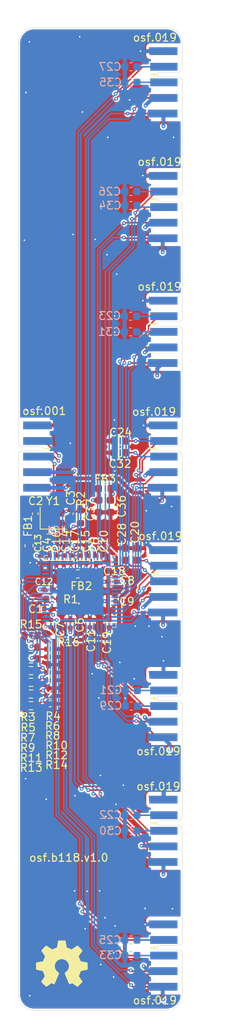
<source format=kicad_pcb>
(kicad_pcb (version 20211014) (generator pcbnew)
  (layers (0 "F.Cu" signal) (1 "In1.Cu" signal) (2 "In2.Cu" signal) (31 "B.Cu" signal) (34 "B.Paste" user) (35 "F.Paste" user) (36 "B.SilkS" user "B.Silkscreen") (37 "F.SilkS" user "F.Silkscreen") (38 "B.Mask" user) (39 "F.Mask" user) (44 "Edge.Cuts" user))
  (net 0 "")
  (net 1 "/switch/~{RESET}")
  (net 2 "GND")
  (net 3 "Net-(C2-Pad1)")
  (net 4 "Net-(C3-Pad1)")
  (net 5 "/switch/1.0V")
  (net 6 "/switch/3.3VA")
  (net 7 "/switch/1.0VA")
  (net 8 "/switch/RXP1")
  (net 9 "/switch/RXM1")
  (net 10 "/switch/TXM1")
  (net 11 "/switch/TXP1")
  (net 12 "/switch/RXP2")
  (net 13 "/switch/RXM2")
  (net 14 "/switch/TXM2")
  (net 15 "/switch/TXP2")
  (net 16 "/switch/RXP3")
  (net 17 "/switch/RXM3")
  (net 18 "/switch/TXM3")
  (net 19 "/switch/TXP3")
  (net 20 "/switch/RXP4")
  (net 21 "/switch/RXM4")
  (net 22 "/switch/TXM4")
  (net 23 "/switch/TXP4")
  (net 24 "/switch/SCL")
  (net 25 "/switch/SDA")
  (net 26 "/switch/LDIND")
  (net 27 "/switch/P0LED")
  (net 28 "/switch/P1LED")
  (net 29 "/switch/P2LED")
  (net 30 "/switch/P3LED")
  (net 31 "/switch/P4LED")
  (net 32 "/switch/RXP0")
  (net 33 "/switch/RXM0")
  (net 34 "/switch/TXM0")
  (net 35 "/switch/TXP0")
  (net 36 "/sw_vcc")
  (net 37 "Net-(C20-Pad1)")
  (net 38 "+3.3V")
  (net 39 "+5V")
  (net 40 "Net-(C21-Pad1)")
  (net 41 "Net-(C22-Pad1)")
  (net 42 "Net-(C23-Pad1)")
  (net 43 "Net-(C24-Pad1)")
  (net 44 "Net-(C25-Pad1)")
  (net 45 "Net-(C26-Pad1)")
  (net 46 "Net-(C27-Pad1)")
  (net 47 "Net-(C28-Pad1)")
  (net 50 "/switch/TXP5")
  (net 51 "/switch/TXM5")
  (net 52 "/switch/RXM5")
  (net 53 "/switch/RXP5")
  (net 54 "/switch/TXP6")
  (net 55 "/switch/TXM6")
  (net 56 "/switch/RXM6")
  (net 57 "/switch/RXP6")
  (net 58 "/switch/TXP7")
  (net 59 "/switch/TXM7")
  (net 60 "/switch/RXM7")
  (net 61 "/switch/RXP7")
  (net 62 "/switch/P5LED")
  (net 63 "/switch/P6LED")
  (net 64 "/switch/P7LED")
  (net 65 "Net-(IC1-Pad54)")
  (net 66 "Net-(C29-Pad1)")
  (net 67 "Net-(C30-Pad1)")
  (net 68 "Net-(C31-Pad1)")
  (net 69 "Net-(C32-Pad1)")
  (net 70 "Net-(C33-Pad1)")
  (net 71 "Net-(C34-Pad1)")
  (net 72 "Net-(C35-Pad1)")
  (footprint "Resistor_SMD:R_0603_1608Metric" (layer "F.Cu") (at 141.6 128.95)
    (fp_text reference "R13")
    (fp_text value "1k")
  )
  (footprint "Resistor_SMD:R_0603_1608Metric" (layer "F.Cu") (at 141.6 119.95)
    (fp_text reference "R15")
    (fp_text value "1k")
  )
  (footprint "Resistor_SMD:R_0603_1608Metric" (layer "F.Cu") (at 144.375 115.3 180)
    (fp_text reference "R1")
    (fp_text value "10k")
  )
  (footprint "Capacitor_SMD:C_0402_1005Metric" (layer "F.Cu") (at 146.65 104.33 -90)
    (fp_text reference "C3")
    (fp_text value "22pF")
  )
  (footprint "Capacitor_SMD:C_0402_1005Metric" (layer "F.Cu") (at 146.65 118.47 90)
    (fp_text reference "C6")
    (fp_text value "1uF")
  )
  (footprint "Resistor_SMD:R_0402_1005Metric" (layer "F.Cu") (at 144.09 120.7)
    (fp_text reference "R16")
    (fp_text value "d.n.p")
  )
  (footprint "Resistor_SMD:R_0603_1608Metric" (layer "F.Cu") (at 141.6 127.45)
    (fp_text reference "R11")
    (fp_text value "1k")
  )
  (footprint "Capacitor_SMD:C_0402_1005Metric" (layer "F.Cu") (at 148.8 110.17 -90)
    (fp_text reference "C5")
    (fp_text value "10uF")
  )
  (footprint "Capacitor_SMD:C_0603_1608Metric" (layer "F.Cu") (at 151.8 103.375 -90)
    (fp_text reference "C36")
    (fp_text value "10uF")
  )
  (footprint "Resistor_SMD:R_0402_1005Metric" (layer "F.Cu") (at 144.065 128.7)
    (fp_text reference "R14")
    (fp_text value "d.n.p")
  )
  (footprint "Capacitor_SMD:C_0402_1005Metric" (layer "F.Cu") (at 151.65 118.42 90)
    (fp_text reference "C19")
    (fp_text value "1uF")
  )
  (footprint "Capacitor_SMD:C_0603_1608Metric" (layer "F.Cu") (at 153.025 96.5 180)
    (fp_text reference "C32")
    (fp_text value "100nF")
  )
  (footprint "on_edge:on_edge_2x05_host" (layer "F.Cu") (at 161 129 -90)
    (fp_text reference "J3")
    (fp_text value "019_100BASE-T_with_CT")
    (fp_line (start -0.2 0) (end 4 0) (layer "Edge.Cuts") (width 0.05))
    (fp_line (start -1.3 0.5) (end -1.3 2.9) (layer "Edge.Cuts") (width 0.05))
    (fp_line (start -4 0) (end -1.8 0) (layer "Edge.Cuts") (width 0.05))
    (fp_line (start -0.7 2.9) (end -0.7 0.5) (layer "Edge.Cuts") (width 0.05))
    (fp_arc (start -0.7 2.9) (mid -1 3.2) (end -1.3 2.9) (layer "Edge.Cuts") (width 0.05))
    (fp_arc (start -0.7 0.5) (mid -0.553553 0.146447) (end -0.2 0) (layer "Edge.Cuts") (width 0.05))
    (fp_arc (start -1.8 0) (mid -1.446447 0.146447) (end -1.3 0.5) (layer "Edge.Cuts") (width 0.05))
  )
  (footprint "on_edge:on_edge_2x05_host" (layer "F.Cu") (at 161 81 -90)
    (fp_text reference "J8")
    (fp_text value "019_100BASE-T_with_CT")
    (fp_line (start -1.3 0.5) (end -1.3 2.9) (layer "Edge.Cuts") (width 0.05))
    (fp_line (start -0.2 0) (end 4 0) (layer "Edge.Cuts") (width 0.05))
    (fp_line (start -0.7 2.9) (end -0.7 0.5) (layer "Edge.Cuts") (width 0.05))
    (fp_line (start -4 0) (end -1.8 0) (layer "Edge.Cuts") (width 0.05))
    (fp_arc (start -0.7 2.9) (mid -1 3.2) (end -1.3 2.9) (layer "Edge.Cuts") (width 0.05))
    (fp_arc (start -0.7 0.5) (mid -0.553553 0.146447) (end -0.2 0) (layer "Edge.Cuts") (width 0.05))
    (fp_arc (start -1.8 0) (mid -1.446447 0.146447) (end -1.3 0.5) (layer "Edge.Cuts") (width 0.05))
  )
  (footprint "Inductor_SMD:L_0603_1608Metric" (layer "F.Cu") (at 151.0625 101.1 180)
    (fp_text reference "FB3")
    (fp_text value "0R")
  )
  (footprint "Inductor_SMD:L_0603_1608Metric" (layer "F.Cu") (at 147.6125 112.05 180)
    (fp_text reference "FB2")
    (fp_text value "Ferrite_Bead_Small")
  )
  (footprint "Capacitor_SMD:C_0402_1005Metric" (layer "F.Cu") (at 144.85 110.17 -90)
    (fp_text reference "C16")
    (fp_text value "1uF")
  )
  (footprint "Crystal:Crystal_SMD_2520-4Pin_2.5x2.0mm" (layer "F.Cu") (at 144.425 104.9)
    (fp_text reference "Y1")
    (fp_text value "25Mhz")
  )
  (footprint "Capacitor_SMD:C_0603_1608Metric" (layer "F.Cu") (at 153.7 109.525 90)
    (fp_text reference "C28")
    (fp_text value "100nF")
  )
  (footprint "on_edge:on_edge_2x05_host" (layer "F.Cu") (at 161 97 -90)
    (fp_text reference "J6")
    (fp_text value "019_100BASE-T_with_CT")
    (fp_line (start -0.7 2.9) (end -0.7 0.5) (layer "Edge.Cuts") (width 0.05))
    (fp_line (start -1.3 0.5) (end -1.3 2.9) (layer "Edge.Cuts") (width 0.05))
    (fp_line (start -4 0) (end -1.8 0) (layer "Edge.Cuts") (width 0.05))
    (fp_line (start -0.2 0) (end 4 0) (layer "Edge.Cuts") (width 0.05))
    (fp_arc (start -0.7 0.5) (mid -0.553553 0.146447) (end -0.2 0) (layer "Edge.Cuts") (width 0.05))
    (fp_arc (start -0.7 2.9) (mid -1 3.2) (end -1.3 2.9) (layer "Edge.Cuts") (width 0.05))
    (fp_arc (start -1.8 0) (mid -1.446447 0.146447) (end -1.3 0.5) (layer "Edge.Cuts") (width 0.05))
  )
  (footprint "Symbol:OSHW-Symbol_6.7x6mm_SilkScreen" (layer "F.Cu") (at 145.55 162.05)
    (fp_text reference "LOGO1" hide)
    (fp_text value "Logo_Open_Hardware_Small" hide)
  )
  (footprint "Capacitor_SMD:C_0402_1005Metric" (layer "F.Cu") (at 147.85 110.17 -90)
    (fp_text reference "C15")
    (fp_text value "10uF")
  )
  (footprint "Resistor_SMD:R_0603_1608Metric" (layer "F.Cu") (at 141.6 125.95)
    (fp_text reference "R9")
    (fp_text value "1k")
  )
  (footprint "Capacitor_SMD:C_0402_1005Metric" (layer "F.Cu") (at 149.15 118.42 90)
    (fp_text reference "C11")
    (fp_text value "1uF")
  )
  (footprint "on_edge:on_edge_2x05_host" (layer "F.Cu") (at 161 113 -90)
    (fp_text reference "J2")
    (fp_text value "019_100BASE-T_with_CT")
    (fp_line (start -0.2 0) (end 4 0) (layer "Edge.Cuts") (width 0.05))
    (fp_line (start -0.7 2.9) (end -0.7 0.5) (layer "Edge.Cuts") (width 0.05))
    (fp_line (start -4 0) (end -1.8 0) (layer "Edge.Cuts") (width 0.05))
    (fp_line (start -1.3 0.5) (end -1.3 2.9) (layer "Edge.Cuts") (width 0.05))
    (fp_arc (start -1.8 0) (mid -1.446447 0.146447) (end -1.3 0.5) (layer "Edge.Cuts") (width 0.05))
    (fp_arc (start -0.7 2.9) (mid -1 3.2) (end -1.3 2.9) (layer "Edge.Cuts") (width 0.05))
    (fp_arc (start -0.7 0.5) (mid -0.553553 0.146447) (end -0.2 0) (layer "Edge.Cuts") (width 0.05))
  )
  (footprint "on_edge:on_edge_2x05_host" (layer "F.Cu") (at 161 65 -90)
    (fp_text reference "J7")
    (fp_text value "019_100BASE-T_with_CT")
    (fp_line (start -1.3 0.5) (end -1.3 2.9) (layer "Edge.Cuts") (width 0.05))
    (fp_line (start -0.2 0) (end 4 0) (layer "Edge.Cuts") (width 0.05))
    (fp_line (start -4 0) (end -1.8 0) (layer "Edge.Cuts") (width 0.05))
    (fp_line (start -0.7 2.9) (end -0.7 0.5) (layer "Edge.Cuts") (width 0.05))
    (fp_arc (start -0.7 0.5) (mid -0.553553 0.146447) (end -0.2 0) (layer "Edge.Cuts") (width 0.05))
    (fp_arc (start -1.8 0) (mid -1.446447 0.146447) (end -1.3 0.5) (layer "Edge.Cuts") (width 0.05))
    (fp_arc (start -0.7 2.9) (mid -1 3.2) (end -1.3 2.9) (layer "Edge.Cuts") (width 0.05))
  )
  (footprint "Resistor_SMD:R_0402_1005Metric" (layer "F.Cu") (at 144.075 124.7)
    (fp_text reference "R8")
    (fp_text value "d.n.p")
  )
  (footprint "Capacitor_SMD:C_0402_1005Metric" (layer "F.Cu") (at 143.9 110.17 -90)
    (fp_text reference "C4")
    (fp_text value "10uF")
  )
  (footprint "on_edge:on_edge_2x05_host" (layer "F.Cu") (at 161 161 -90)
    (fp_text reference "J5")
    (fp_text value "019_100BASE-T_with_CT")
    (fp_line (start -4 0) (end -1.8 0) (layer "Edge.Cuts") (width 0.05))
    (fp_line (start -0.7 2.9) (end -0.7 0.5) (layer "Edge.Cuts") (width 0.05))
    (fp_line (start -1.3 0.5) (end -1.3 2.9) (layer "Edge.Cuts") (width 0.05))
    (fp_line (start -0.2 0) (end 4 0) (layer "Edge.Cuts") (width 0.05))
    (fp_arc (start -0.7 0.5) (mid -0.553553 0.146447) (end -0.2 0) (layer "Edge.Cuts") (width 0.05))
    (fp_arc (start -0.7 2.9) (mid -1 3.2) (end -1.3 2.9) (layer "Edge.Cuts") (width 0.05))
    (fp_arc (start -1.8 0) (mid -1.446447 0.146447) (end -1.3 0.5) (layer "Edge.Cuts") (width 0.05))
  )
  (footprint "Resistor_SMD:R_0402_1005Metric" (layer "F.Cu") (at 144.075 122.7)
    (fp_text reference "R6")
    (fp_text value "d.n.p")
  )
  (footprint "Capacitor_SMD:C_0402_1005Metric" (layer "F.Cu") (at 143.78 116.55)
    (fp_text reference "C1")
    (fp_text value "10uF")
  )
  (footprint "Resistor_SMD:R_0402_1005Metric" (layer "F.Cu") (at 144.075 121.7)
    (fp_text reference "R4")
    (fp_text value "d.n.p")
  )
  (footprint "Capacitor_SMD:C_0402_1005Metric" (layer "F.Cu") (at 143.78 114.05)
    (fp_text reference "C12")
    (fp_text value "1uF")
  )
  (footprint "Capacitor_SMD:C_0402_1005Metric" (layer "F.Cu") (at 151.97 115.55 180)
    (fp_text reference "C9")
    (fp_text value "1uF")
  )
  (footprint "Capacitor_SMD:C_0402_1005Metric" (layer "F.Cu") (at 152.02 110.55 180)
    (fp_text reference "C18")
    (fp_text value "1uF")
  )
  (footprint "Capacitor_SMD:C_0402_1005Metric" (layer "F.Cu") (at 146.75 110.17 -90)
    (fp_text reference "C17")
    (fp_text value "1uF")
  )
  (footprint "Resistor_SMD:R_0603_1608Metric" (layer "F.Cu") (at 147.95 104.725 90)
    (fp_text reference "R2")
    (fp_text value "2.49k")
  )
  (footprint "Capacitor_SMD:C_0603_1608Metric" (layer "F.Cu") (at 155.2 109.525 90)
    (fp_text reference "C20")
    (fp_text value "100nF")
  )
  (footprint "Capacitor_SMD:C_0603_1608Metric" (layer "F.Cu") (at 153.025 95 180)
    (fp_text reference "C24")
    (fp_text value "100nF")
  )
  (footprint "Inductor_SMD:L_0603_1608Metric" (layer "F.Cu") (at 141.35 108.4375 90)
    (fp_text reference "FB1")
    (fp_text value "Ferrite_Bead_Small")
  )
  (footprint "Capacitor_SMD:C_0402_1005Metric" (layer "F.Cu") (at 145.8 110.17 -90)
    (fp_text reference "C14")
    (fp_text value "10uF")
  )
  (footprint "Resistor_SMD:R_0402_1005Metric" (layer "F.Cu") (at 144.065 127.7)
    (fp_text reference "R12")
    (fp_text value "d.n.p")
  )
  (footprint "Capacitor_SMD:C_0402_1005Metric" (layer "F.Cu") (at 142.95 110.17 -90)
    (fp_text reference "C13")
    (fp_text value "1uF")
  )
  (footprint "Resistor_SMD:R_0603_1608Metric" (layer "F.Cu") (at 141.6 124.45)
    (fp_text reference "R7")
    (fp_text value "1k")
  )
  (footprint "on_edge:on_edge_2x05_host" (layer "F.Cu") (at 161 145 -90)
    (fp_text reference "J4")
    (fp_text value "019_100BASE-T_with_CT")
    (fp_line (start -0.7 2.9) (end -0.7 0.5) (layer "Edge.Cuts") (width 0.05))
    (fp_line (start -1.3 0.5) (end -1.3 2.9) (layer "Edge.Cuts") (width 0.05))
    (fp_line (start -0.2 0) (end 4 0) (layer "Edge.Cuts") (width 0.05))
    (fp_line (start -4 0) (end -1.8 0) (layer "Edge.Cuts") (width 0.05))
    (fp_arc (start -0.7 2.9) (mid -1 3.2) (end -1.3 2.9) (layer "Edge.Cuts") (width 0.05))
    (fp_arc (start -0.7 0.5) (mid -0.553553 0.146447) (end -0.2 0) (layer "Edge.Cuts") (width 0.05))
    (fp_arc (start -1.8 0) (mid -1.446447 0.146447) (end -1.3 0.5) (layer "Edge.Cuts") (width 0.05))
  )
  (footprint "Resistor_SMD:R_0603_1608Metric" (layer "F.Cu") (at 141.6 122.95)
    (fp_text reference "R5")
    (fp_text value "1k")
  )
  (footprint "Capacitor_SMD:C_0402_1005Metric" (layer "F.Cu") (at 152.02 113.05 180)
    (fp_text reference "C8")
    (fp_text value "1uF")
  )
  (footprint "Capacitor_SMD:C_0402_1005Metric" (layer "F.Cu") (at 144.15 118.42 90)
    (fp_text reference "C7")
    (fp_text value "1uF")
  )
  (footprint "Capacitor_SMD:C_0603_1608Metric" (layer "F.Cu") (at 150.3 103.375 -90)
    (fp_text reference "C37")
    (fp_text value "10uF")
  )
  (footprint "Resistor_SMD:R_0603_1608Metric" (layer "F.Cu") (at 141.6 121.45)
    (fp_text reference "R3")
    (fp_text value "1k")
  )
  (footprint "on_edge:on_edge_2x05_device" (layer "F.Cu") (at 140 97 -90)
    (fp_text reference "J1")
    (fp_text value "001_I2C")
    (fp_line (start -1.3 -2.8) (end -1.3 -0.5) (layer "Edge.Cuts") (width 0.05))
    (fp_line (start -0.7 -0.5) (end -0.7 -2.8) (layer "Edge.Cuts") (width 0.05))
    (fp_line (start -0.2 0) (end 4 0) (layer "Edge.Cuts") (width 0.05))
    (fp_line (start -4 0) (end -1.8 0) (layer "Edge.Cuts") (width 0.05))
    (fp_arc (start -0.2 0) (mid -0.553553 -0.146447) (end -0.7 -0.5) (layer "Edge.Cuts") (width 0.05))
    (fp_arc (start -1.3 -0.5) (mid -1.446447 -0.146447) (end -1.8 0) (layer "Edge.Cuts") (width 0.05))
    (fp_arc (start -1.3 -2.8) (mid -1 -3.1) (end -0.7 -2.8) (layer "Edge.Cuts") (width 0.05))
  )
  (footprint "Capacitor_SMD:C_0402_1005Metric" (layer "F.Cu") (at 149.95 110.18 -90)
    (fp_text reference "C10")
    (fp_text value "1uF")
  )
  (footprint "Capacitor_SMD:C_0402_1005Metric" (layer "F.Cu") (at 142.15 104.33 90)
    (fp_text reference "C2")
    (fp_text value "22pF")
  )
  (footprint "on_edge:on_edge_2x05_host" (layer "F.Cu") (at 161 49 -90)
    (fp_text reference "J9")
    (fp_text value "019_100BASE-T_with_CT")
    (fp_line (start -0.2 0) (end 4 0) (layer "Edge.Cuts") (width 0.05))
    (fp_line (start -1.3 0.5) (end -1.3 2.9) (layer "Edge.Cuts") (width 0.05))
    (fp_line (start -0.7 2.9) (end -0.7 0.5) (layer "Edge.Cuts") (width 0.05))
    (fp_line (start -4 0) (end -1.8 0) (layer "Edge.Cuts") (width 0.05))
    (fp_arc (start -0.7 0.5) (mid -0.553553 0.146447) (end -0.2 0) (layer "Edge.Cuts") (width 0.05))
    (fp_arc (start -0.7 2.9) (mid -1 3.2) (end -1.3 2.9) (layer "Edge.Cuts") (width 0.05))
    (fp_arc (start -1.8 0) (mid -1.446447 0.146447) (end -1.3 0.5) (layer "Edge.Cuts") (width 0.05))
  )
  (footprint "Resistor_SMD:R_0402_1005Metric" (layer "F.Cu") (at 144.075 125.7)
    (fp_text reference "R10")
    (fp_text value "d.n.p")
  )
  (footprint "Capacitor_SMD:C_0603_1608Metric" (layer "B.Cu") (at 154.375 79 180)
    (fp_text reference "C23")
    (fp_text value "100nF")
  )
  (footprint "Capacitor_SMD:C_0603_1608Metric" (layer "B.Cu") (at 154.425 145 180)
    (fp_text reference "C30")
    (fp_text value "100nF")
  )
  (footprint "Capacitor_SMD:C_0603_1608Metric" (layer "B.Cu") (at 154.475 129.01 180)
    (fp_text reference "C29")
    (fp_text value "100nF")
  )
  (footprint "Capacitor_SMD:C_0603_1608Metric" (layer "B.Cu") (at 154.425 161 180)
    (fp_text reference "C33")
    (fp_text value "100nF")
  )
  (footprint "Capacitor_SMD:C_0603_1608Metric" (layer "B.Cu") (at 154.425 49 180)
    (fp_text reference "C35")
    (fp_text value "100nF")
  )
  (footprint "Capacitor_SMD:C_0603_1608Metric" (layer "B.Cu") (at 154.475 127 180)
    (fp_text reference "C21")
    (fp_text value "100nF")
  )
  (footprint "Capacitor_SMD:C_0603_1608Metric" (layer "B.Cu") (at 154.425 64.8 180)
    (fp_text reference "C34")
    (fp_text value "100nF")
  )
  (footprint "Capacitor_SMD:C_0603_1608Metric" (layer "B.Cu") (at 154.425 143 180)
    (fp_text reference "C22")
    (fp_text value "100nF")
  )
  (footprint "Capacitor_SMD:C_0603_1608Metric" (layer "B.Cu") (at 154.375 81 180)
    (fp_text reference "C31")
    (fp_text value "100nF")
  )
  (footprint "Capacitor_SMD:C_0603_1608Metric" (layer "B.Cu") (at 154.425 47 180)
    (fp_text reference "C27")
    (fp_text value "100nF")
  )
  (footprint "Capacitor_SMD:C_0603_1608Metric" (layer "B.Cu") (at 154.425 63 180)
    (fp_text reference "C26")
    (fp_text value "100nF")
  )
  (footprint "Capacitor_SMD:C_0603_1608Metric" (layer "B.Cu") (at 154.425 159 180)
    (fp_text reference "C25")
    (fp_text value "100nF")
  )
  (footprint "Package_DFN_QFN:QFN-64-1EP_9x9mm_P0.5mm_EP6x6mm" (layer "B.Cu") (at 147.9 114.3 180)
    (fp_text reference "IC1")
    (fp_text value "RTL8305NB-CG")
  )
  (gr_line (start 142 42) (end 159 42) (layer "Edge.Cuts") (width 0.05))
  (gr_arc (start 161 166) (mid 160.414214 167.414214) (end 159 168) (layer "Edge.Cuts") (width 0.05))
  (gr_line (start 161 45) (end 161 44) (layer "Edge.Cuts") (width 0.05))
  (gr_line (start 159 168) (end 142 168) (layer "Edge.Cuts") (width 0.05))
  (gr_line (start 161 133) (end 161 141) (layer "Edge.Cuts") (width 0.05))
  (gr_arc (start 159 42) (mid 160.414214 42.585786) (end 161 44) (layer "Edge.Cuts") (width 0.05))
  (gr_line (start 140 93) (end 140 92) (layer "Edge.Cuts") (width 0.05))
  (gr_line (start 161 61) (end 161 53) (layer "Edge.Cuts") (width 0.05))
  (gr_line (start 161 85) (end 161 93) (layer "Edge.Cuts") (width 0.05))
  (gr_arc (start 142 168) (mid 140.585786 167.414214) (end 140 166) (layer "Edge.Cuts") (width 0.05))
  (gr_line (start 140 166) (end 140 101) (layer "Edge.Cuts") (width 0.05))
  (gr_arc (start 140 44) (mid 140.585786 42.585786) (end 142 42) (layer "Edge.Cuts") (width 0.05))
  (gr_line (start 161 165) (end 161 166) (layer "Edge.Cuts") (width 0.05))
  (gr_line (start 161 157) (end 161 149) (layer "Edge.Cuts") (width 0.05))
  (gr_line (start 161 77) (end 161 69) (layer "Edge.Cuts") (width 0.05))
  (gr_line (start 161 101) (end 161 109) (layer "Edge.Cuts") (width 0.05))
  (gr_line (start 140 44) (end 140 92) (layer "Edge.Cuts") (width 0.05))
  (gr_line (start 161 117) (end 161 125) (layer "Edge.Cuts") (width 0.05))
  (gr_text "osf.019" (at 158.1 75.2) (layer "F.SilkS") (effects (font (size 1 1))))
  (gr_text "osf.019" (at 157.5 166.75) (layer "F.SilkS") (effects (font (size 1 1))))
  (gr_text "osf.019" (at 158.2 107.2) (layer "F.SilkS") (effects (font (size 1 1))))
  (gr_text "osf.019" (at 157.4 91.25) (layer "F.SilkS") (effects (font (size 1 1))))
  (gr_text "osf.001" (at 143.3 91.15) (layer "F.SilkS") (effects (font (size 1 1))))
  (gr_text "osf.019" (at 157.5 43.25) (layer "F.SilkS") (effects (font (size 1 1))))
  (gr_text "osf.019" (at 157.95 134.8) (layer "F.SilkS") (effects (font (size 1 1))))
  (gr_text "osf.b118.v1.0" (at 146.45 148.45) (layer "F.SilkS") (effects (font (size 1 1))))
  (gr_text "osf.019" (at 158.1 59.2) (layer "F.SilkS") (effects (font (size 1 1))))
  (gr_text "osf.019" (at 157.95 139.3) (layer "F.SilkS") (effects (font (size 1 1))))
  (segment (start 140.35 114.15) (end 141.5 115.3) (width 0.2) (layer "F.Cu") (net 1))
  (segment (start 143.37 115.48) (end 143.55 115.3) (width 0.2) (layer "F.Cu") (net 1))
  (segment (start 140.35 103.7) (end 140.35 114.15) (width 0.2) (layer "F.Cu") (net 1))
  (segment (start 144.644817 97.954376) (end 144.5 98.099193) (width 0.2) (layer "F.Cu") (net 1))
  (segment (start 144 115.75) (end 143.55 115.3) (width 0.2) (layer "F.Cu") (net 1))
  (segment (start 141.8 102.25) (end 140.35 103.7) (width 0.2) (layer "F.Cu") (net 1))
  (segment (start 144.5 98.099193) (end 144.5 101.75) (width 0.2) (layer "F.Cu") (net 1))
  (segment (start 144 102.25) (end 141.8 102.25) (width 0.2) (layer "F.Cu") (net 1))
  (segment (start 143.37 116.55) (end 143.37 115.48) (width 0.2) (layer "F.Cu") (net 1))
  (segment (start 141.5 115.3) (end 143.55 115.3) (width 0.2) (layer "F.Cu") (net 1))
  (segment (start 144.3 115.75) (end 144 115.75) (width 0.2) (layer "F.Cu") (net 1))
  (segment (start 144.5 101.75) (end 144 102.25) (width 0.2) (layer "F.Cu") (net 1))
  (via (at 144.644817 97.954376) (size 0.5) (drill 0.2) (layers "F.Cu" "B.Cu") (net 1))
  (via (at 144.3 115.75) (size 0.5) (drill 0.2) (layers "F.Cu" "B.Cu") (net 1))
  (segment (start 143.95 116.55) (end 144.25 116.25) (width 0.2) (layer "B.Cu") (net 1))
  (segment (start 144.25 116.25) (end 144.3 116.2) (width 0.2) (layer "B.Cu") (net 1))
  (segment (start 144.3 116.2) (end 144.3 115.75) (width 0.2) (layer "B.Cu") (net 1))
  (segment (start 143.4625 116.55) (end 143.95 116.55) (width 0.2) (layer "B.Cu") (net 1))
  (segment (start 144.644817 97.954376) (end 143.690441 97) (width 0.2) (layer "B.Cu") (net 1))
  (segment (start 143.690441 97) (end 142.6 97) (width 0.2) (layer "B.Cu") (net 1))
  (segment (start 142.95 110.65) (end 142.3 110.65) (width 0.2) (layer "F.Cu") (net 2))
  (segment (start 143.2 103.85) (end 143.55 104.2) (width 0.2) (layer "F.Cu") (net 2))
  (segment (start 143.9 111.3) (end 144.5 111.9) (width 0.2) (layer "F.Cu") (net 2))
  (segment (start 145.86 105.6) (end 146.65 104.81) (width 0.2) (layer "F.Cu") (net 2))
  (segment (start 146.75 111.1485) (end 146.7 111.1985) (width 0.2) (layer "F.Cu") (net 2))
  (segment (start 143.823 117.138148) (end 143.823 117.068148) (width 0.5) (layer "F.Cu") (net 2))
  (segment (start 143.823 117.613) (end 143.823 117.138148) (width 0.5) (layer "F.Cu") (net 2))
  (segment (start 145.8 110.65) (end 145.8 111.3) (width 0.2) (layer "F.Cu") (net 2))
  (segment (start 149.95 110.66) (end 149.95 111.3) (width 0.2) (layer "F.Cu") (net 2))
  (segment (start 151.54 111.11) (end 151.54 110.55) (width 0.2) (layer "F.Cu") (net 2))
  (segment (start 142.35 93) (end 156.05 93) (width 0.5) (layer "F.Cu") (net 2))
  (segment (start 158.65 139.2) (end 158.6 139.15) (width 0.5) (layer "F.Cu") (net 2))
  (segment (start 151.49 115.55) (end 151.05 115.55) (width 0.5) (layer "F.Cu") (net 2))
  (segment (start 144.26 114.05) (end 144.8 114.05) (width 0.5) (layer "F.Cu") (net 2))
  (segment (start 143.823 117.068148) (end 143.895574 116.995574) (width 0.5) (layer "F.Cu") (net 2))
  (segment (start 150.3 104.15) (end 151.8 104.15) (width 0.5) (layer "F.Cu") (net 2))
  (segment (start 158.6 60.95) (end 158.65 61) (width 0.5) (layer "F.Cu") (net 2))
  (segment (start 158.65 141) (end 158.65 139.2) (width 0.5) (layer "F.Cu") (net 2))
  (segment (start 158.65 109) (end 157.35 109) (width 0.5) (layer "F.Cu") (net 2))
  (segment (start 157.35 109) (end 156.4 108.05) (width 0.5) (layer "F.Cu") (net 2))
  (segment (start 144.15 117.94) (end 143.823 117.613) (width 0.5) (layer "F.Cu") (net 2))
  (segment (start 144.85 110.65) (end 144.85 111.35) (width 0.2) (layer "F.Cu") (net 2))
  (segment (start 142.15 103.85) (end 143.2 103.85) (width 0.2) (layer "F.Cu") (net 2))
  (segment (start 158.65 77) (end 155.95 77) (width 0.5) (layer "F.Cu") (net 2))
  (segment (start 151.59 117.94) (end 151 117.35) (width 0.5) (layer "F.Cu") (net 2))
  (segment (start 156.25 157) (end 158.65 157) (width 0.5) (layer "F.Cu") (net 2))
  (segment (start 146.75 110.65) (end 146.75 111.1485) (width 0.2) (layer "F.Cu") (net 2))
  (segment (start 155.65 45) (end 158.65 45) (width 0.5) (layer "F.Cu") (net 2))
  (segment (start 148.8 110.65) (end 148.8 110.976126) (width 0.2) (layer "F.Cu") (net 2))
  (segment (start 144.26 116.603288) (end 144.081644 116.781644) (width 0.5) (layer "F.Cu") (net 2))
  (segment (start 147.95 103.9) (end 147.56 103.9) (width 0.2) (layer "F.Cu") (net 2))
  (segment (start 151.65 117.94) (end 151.59 117.94) (width 0.5) (layer "F.Cu") (net 2))
  (segment (start 147.85 110.65) (end 147.85 111.25) (width 0.2) (layer "F.Cu") (net 2))
  (segment (start 144.8 114.05) (end 144.9 113.95) (width 0.5) (layer "F.Cu") (net 2))
  (segment (start 147.56 103.9) (end 146.65 104.81) (width 0.2) (layer "F.Cu") (net 2))
  (segment (start 144.575 128.7) (end 144.575 120.725) (width 0.5) (layer "F.Cu") (net 2))
  (segment (start 145.3 105.6) (end 145.86 105.6) (width 0.2) (layer "F.Cu") (net 2))
  (segment (start 144.33 116.55) (end 144.8 116.55) (width 0.5) (layer "F.Cu") (net 2))
  (segment (start 149.15 117.94) (end 149.15 117.3) (width 0.5) (layer "F.Cu") (net 2))
  (segment (start 151.54 113.05) (end 151 113.05) (width 0.2) (layer "F.Cu") (net 2))
  (segment (start 158.6 124.95) (end 158.65 125) (width 0.5) (layer "F.Cu") (net 2))
  (segment (start 146.65 117.99) (end 146.65 117.35) (width 0.5) (layer "F.Cu") (net 2))
  (segment (start 144.8 116.55) (end 144.9 116.65) (width 0.5) (layer "F.Cu") (net 2))
  (segment (start 143.9 110.65) (end 143.9 111.3) (width 0.2) (layer "F.Cu") (net 2))
  (segment (start 148.8 110.976126) (end 148.588063 111.188063) (width 0.2) (layer "F.Cu") (net 2))
  (segment (start 144.575 120.725) (end 144.6 120.7) (width 0.5) (layer "F.Cu") (net 2))
  (segment (start 158.6 123.2) (end 158.6 124.95) (width 0.5) (layer "F.Cu") (net 2))
  (segment (start 144.26 116.55) (end 144.26 116.603288) (width 0.5) (layer "F.Cu") (net 2))
  (segment (start 156.05 93) (end 158.65 93) (width 0.5) (layer "F.Cu") (net 2))
  (segment (start 155.95 60.95) (end 158.6 60.95) (width 0.5) (layer "F.Cu") (net 2))
  (segment (start 151.5 111.15) (end 151.54 111.11) (width 0.2) (layer "F.Cu") (net 2))
  (via (at 149.45 124.85) (size 0.5) (drill 0.2) (layers "F.Cu" "B.Cu") (net 2))
  (via (at 144.9 113.95) (size 0.5) (drill 0.2) (layers "F.Cu" "B.Cu") (net 2))
  (via (at 156.25 157) (size 0.5) (drill 0.2) (layers "F.Cu" "B.Cu") (net 2))
  (via (at 141.5 110.6) (size 0.5) (drill 0.2) (layers "F.Cu" "B.Cu") (net 2))
  (via (at 153.45 139.15) (size 0.5) (drill 0.2) (layers "F.Cu" "B.Cu") (net 2))
  (via (at 149.85 69.15) (size 0.5) (drill 0.2) (layers "F.Cu" "B.Cu") (net 2))
  (via (at 141.4 130.35) (size 0.5) (drill 0.2) (layers "F.Cu" "B.Cu") (net 2))
  (via (at 152.3 92.3) (size 0.5) (drill 0.2) (layers "F.Cu" "B.Cu") (net 2))
  (via (at 152.35 98.85) (size 0.5) (drill 0.2) (layers "F.Cu" "B.Cu") (net 2))
  (via (at 155.95 77) (size 0.5) (drill 0.2) (layers "F.Cu" "B.Cu") (net 2))
  (via (at 152.25 93.8) (size 0.5) (drill 0.2) (layers "F.Cu" "B.Cu") (net 2))
  (via (at 156.4 108.05) (size 0.5) (drill 0.2) (layers "F.Cu" "B.Cu") (net 2))
  (via (at 156.25 154.95) (size 0.5) (drill 0.2) (layers "F.Cu" "B.Cu") (net 2))
  (via (at 141 91.05) (size 0.5) (drill 0.2) (layers "F.Cu" "B.Cu") (net 2))
  (via (at 147.2 152.7) (size 0.5) (drill 0.2) (layers "F.Cu" "B.Cu") (net 2))
  (via (at 155.65 45) (size 0.5) (drill 0.2) (layers "F.Cu" "B.Cu") (net 2))
  (via (at 142.9 90.95) (size 0.5) (drill 0.2) (layers "F.Cu" "B.Cu") (net 2))
  (via (at 158.6 139.15) (size 0.5) (drill 0.2) (layers "F.Cu" "B.Cu") (net 2))
  (via (at 150.4 152.7) (size 0.5) (drill 0.2) (layers "F.Cu" "B.Cu") (net 2))
  (via (at 151.05 115.55) (size 0.5) (drill 0.2) (layers "F.Cu" "B.Cu") (net 2))
  (via (at 155.95 60.95) (size 0.5) (drill 0.2) (layers "F.Cu" "B.Cu") (net 2))
  (via (at 149.15 117.3) (size 0.5) (drill 0.2) (layers "F.Cu" "B.Cu") (net 2))
  (via (at 152.05 144.75) (size 0.5) (drill 0.2) (layers "F.Cu" "B.Cu") (net 2))
  (via (at 148.55 157.55) (size 0.5) (drill 0.2) (layers "F.Cu" "B.Cu") (net 2))
  (via (at 147.85 43.15) (size 0.5) (drill 0.2) (layers "F.Cu" "B.Cu") (net 2))
  (via (at 147 68.5) (size 0.5) (drill 0.2) (layers "F.Cu" "B.Cu") (net 2))
  (via (at 151.5 111.15) (size 0.5) (drill 0.2) (layers "F.Cu" "B.Cu") (net 2))
  (via (at 151 117.35) (size 0.5) (drill 0.2) (layers "F.Cu" "B.Cu") (net 2))
  (via (at 151.45 56.05) (size 0.5) (drill 0.2) (layers "F.Cu" "B.Cu") (net 2))
  (via (at 156.4 103.95) (size 0.5) (drill 0.2) (layers "F.Cu" "B.Cu") (net 2))
  (via (at 156.05 93) (size 0.5) (drill 0.2) (layers "F.Cu" "B.Cu") (net 2))
  (via (at 150.55 162.15) (size 0.5) (drill 0.2) (layers "F.Cu" "B.Cu") (net 2))
  (via (at 147.25 140.5) (size 0.5) (drill 0.2) (layers "F.Cu" "B.Cu") (net 2))
  (via (at 152.35 81.05) (size 0.5) (drill 0.2) (layers "F.Cu" "B.Cu") (net 2))
  (via (at 152.35 78.95) (size 0.5) (drill 0.2) (layers "F.Cu" "B.Cu") (net 2))
  (via (at 152.6 127) (size 0.5) (drill 0.2) (layers "F.Cu" "B.Cu") (net 2))
  (via (at 147.85 111.25) (size 0.5) (drill 0.2) (layers "F.Cu" "B.Cu") (net 2))
  (via (at 158.6 123.2) (size 0.5) (drill 0.2) (layers "F.Cu" "B.Cu") (net 2))
  (via (at 157.4 166.7) (size 0.5) (drill 0.2) (layers "F.Cu" "B.Cu") (net 2))
  (via (at 154.25 51.25) (size 0.5) (drill 0.2) (layers "F.Cu" "B.Cu") (net 2))
  (via (at 149.95 111.3) (size 0.5) (drill 0.2) (layers "F.Cu" "B.Cu") (net 2))
  (via (at 144.9 116.65) (size 0.5) (drill 0.2) (layers "F.Cu" "B.Cu") (net 2))
  (via (at 152.6 73.6) (size 0.5) (drill 0.2) (layers "F.Cu" "B.Cu") (net 2))
  (via (at 143.55 140.95) (size 0.5) (drill 0.2) (layers "F.Cu" "B.Cu") (net 2))
  (via (at 151.35 71.1) (size 0.5) (drill 0.2) (layers "F.Cu" "B.Cu") (net 2))
  (via (at 159.9 56.05) (size 0.5) (drill 0.2) (layers "F.Cu" "B.Cu") (net 2))
  (via (at 150.5 137.9) (size 0.5) (drill 0.2) (layers "F.Cu" "B.Cu") (net 2))
  (via (at 142.3 110.65) (size 0.5) (drill 0.2) (layers "F.Cu" "B.Cu") (net 2))
  (via (at 151 113.05) (size 0.5) (drill 0.2) (layers "F.Cu" "B.Cu") (net 2))
  (via (at 153.7 128) (size 0.5) (drill 0.2) (layers "F.Cu" "B.Cu") (net 2))
  (via (at 146.65 117.35) (size 0.5) (drill 0.2) (layers "F.Cu" "B.Cu") (net 2))
  (via (at 159.75 155) (size 0.5) (drill 0.2) (layers "F.Cu" "B.Cu") (net 2))
  (via (at 151.1 156.15) (size 0.5) (drill 0.2) (layers "F.Cu" "B.Cu") (net 2))
  (via (at 152.5 141.6) (size 0.5) (drill 0.2) (layers "F.Cu" "B.Cu") (net 2))
  (via (at 155 118.75) (size 0.5) (drill 0.2) (layers "F.Cu" "B.Cu") (net 2))
  (via (at 146.7 111.1985) (size 0.5) (drill 0.2) (layers "F.Cu" "B.Cu") (net 2))
  (via (at 158.4 120.1) (size 0.5) (drill 0.2) (layers "F.Cu" "B.Cu") (net 2))
  (via (at 158.55 43.2) (size 0.5) (drill 0.2) (layers "F.Cu" "B.Cu") (net 2))
  (via (at 144.85 111.35) (size 0.5) (drill 0.2) (layers "F.Cu" "B.Cu") (net 2))
  (via (at 141.4 43.8) (size 0.5) (drill 0.2) (layers "F.Cu" "B.Cu") (net 2))
  (via (at 156.75 118.75) (size 0.5) (drill 0.2) (layers "F.Cu" "B.Cu") (net 2))
  (via (at 151.2 143.15) (size 0.5) (drill 0.2) (layers "F.Cu" "B.Cu") (net 2))
  (via (at 146.65 95.3) (size 0.5) (drill 0.2) (layers "F.Cu" "B.Cu") (net 2))
  (via (at 140.75 69.25) (size 0.5) (drill 0.2) (layers "F.Cu" "B.Cu") (net 2))
  (via (at 147.75 115.85) (size 0.5) (drill 0.2) (layers "F.Cu" "B.Cu") (net 2))
  (via (at 152.4 157.2) (size 0.5) (drill 0.2) (layers "F.Cu" "B.Cu") (net 2))
  (via (at 145.8 111.3) (size 0.5) (drill 0.2) (layers "F.Cu" "B.Cu") (net 2))
  (via (at 152.2 163.75) (size 0.5) (drill 0.2) (layers "F.Cu" "B.Cu") (net 2))
  (via (at 153 123.4) (size 0.5) (drill 0.2) (layers "F.Cu" "B.Cu") (net 2))
  (via (at 150.3 127.95) (size 0.5) (drill 0.2) (layers "F.Cu" "B.Cu") (net 2))
  (via (at 152.2 160.65) (size 0.5) (drill 0.2) (layers "F.Cu" "B.Cu") (net 2))
  (via (at 148.2 52.8) (size 0.5) (drill 0.2) (layers "F.Cu" "B.Cu") (net 2))
  (via (at 144.5 111.9) (size 0.5) (drill 0.2) (layers "F.Cu" "B.Cu") (net 2))
  (via (at 140.9 138.3) (size 0.5) (drill 0.2) (layers "F.Cu" "B.Cu") (net 2))
  (via (at 141.45 166.15) (size 0.5) (drill 0.2) (layers "F.Cu" "B.Cu") (net 2))
  (via (at 148.588063 111.188063) (size 0.5) (drill 0.2) (layers "F.Cu" "B.Cu") (net 2))
  (via (at 148.8 152.75) (size 0.5) (drill 0.2) (layers "F.Cu" "B.Cu") (net 2))
  (via (at 154.85 125.5) (size 0.5) (drill 0.2) (layers "F.Cu" "B.Cu") (net 2))
  (via (at 159.65 103.4) (size 0.5) (drill 0.2) (layers "F.Cu" "B.Cu") (net 2))
  (via (at 152.3 97.5) (size 0.5) (drill 0.2) (layers "F.Cu" "B.Cu") (net 2))
  (via (at 140.95 50.3) (size 0.5) (drill 0.2) (layers "F.Cu" "B.Cu") (net 2))
  (segment (start 144.5 111.9) (end 146.9 114.3) (width 0.2) (layer "B.Cu") (net 2))
  (segment (start 144.9 116.65) (end 145.55 116.65) (width 0.5) (layer "B.Cu") (net 2))
  (segment (start 147.55 113.95) (end 147.9 114.3) (width 0.5) (layer "B.Cu") (net 2))
  (segment (start 145.55 116.65) (end 147.9 114.3) (width 0.5) (layer "B.Cu") (net 2))
  (segment (start 156.4 108.05) (end 156.75 108.4) (width 0.5) (layer "B.Cu") (net 2))
  (segment (start 151 113.05) (end 149.15 113.05) (width 0.2) (layer "B.Cu") (net 2))
  (segment (start 155.95 77) (end 158.6 77) (width 0.5) (layer "B.Cu") (net 2))
  (segment (start 147.9 111.876126) (end 147.9 114.3) (width 0.2) (layer "B.Cu") (net 2))
  (segment (start 156.75 108.45) (end 157.3 109) (width 0.5) (layer "B.Cu") (net 2))
  (segment (start 158.6 157) (end 156.25 157) (width 0.5) (layer "B.Cu") (net 2))
  (segment (start 146.7 111.1985) (end 147.9 112.3985) (width 0.2) (layer "B.Cu") (net 2))
  (segment (start 144.95 111.35) (end 147.9 114.3) (width 0.2) (layer "B.Cu") (net 2))
  (segment (start 158.6 61) (end 156 61) (width 0.5) (layer "B.Cu") (net 2))
  (segment (start 148.588063 111.188063) (end 147.9 111.876126) (width 0.2) (layer "B.Cu") (net 2))
  (segment (start 149.95 112.25) (end 147.9 114.3) (width 0.2) (layer "B.Cu") (net 2))
  (segment (start 147.85 111.25) (end 147.85 114.25) (width 0.2) (layer "B.Cu") (net 2))
  (segment (start 146.65 117.35) (end 146.65 115.55) (width 0.5) (layer "B.Cu") (net 2))
  (segment (start 156 61) (end 155.95 60.95) (width 0.5) (layer "B.Cu") (net 2))
  (segment (start 151.05 111.15) (end 147.9 114.3) (width 0.2) (layer "B.Cu") (net 2))
  (segment (start 158.6 125) (end 158.6 123.2) (width 0.5) (layer "B.Cu") (net 2))
  (segment (start 158.6 93) (end 156.05 93) (width 0.5) (layer "B.Cu") (net 2))
  (segment (start 146.9 114.3) (end 147.9 114.3) (width 0.2) (layer "B.Cu") (net 2))
  (segment (start 149.15 115.55) (end 147.9 114.3) (width 0.5) (layer "B.Cu") (net 2))
  (segment (start 153.7 129.01) (end 153.7 128) (width 0.2) (layer "B.Cu") (net 2))
  (segment (start 149.95 111.3) (end 149.95 112.25) (width 0.2) (layer "B.Cu") (net 2))
  (segment (start 158.6 139.15) (end 158.6 141) (width 0.5) (layer "B.Cu") (net 2))
  (segment (start 149.15 113.05) (end 147.9 114.3) (width 0.2) (layer "B.Cu") (net 2))
  (segment (start 151.05 115.55) (end 149.15 115.55) (width 0.5) (layer "B.Cu") (net 2))
  (segment (start 157.3 109) (end 158.6 109) (width 0.5) (layer "B.Cu") (net 2))
  (segment (start 146.65 115.55) (end 147.9 114.3) (width 0.5) (layer "B.Cu") (net 2))
  (segment (start 151.5 111.15) (end 151.05 111.15) (width 0.2) (layer "B.Cu") (net 2))
  (segment (start 147.85 114.25) (end 147.9 114.3) (width 0.2) (layer "B.Cu") (net 2))
  (segment (start 145.8 111.3) (end 145.8 112.2) (width 0.2) (layer "B.Cu") (net 2))
  (segment (start 149.15 117.3) (end 149.15 115.55) (width 0.5) (layer "B.Cu") (net 2))
  (segment (start 145.8 112.2) (end 147.9 114.3) (width 0.2) (layer "B.Cu") (net 2))
  (segment (start 144.9 113.95) (end 147.55 113.95) (width 0.5) (layer "B.Cu") (net 2))
  (segment (start 153.7 128) (end 153.7 127) (width 0.2) (layer "B.Cu") (net 2))
  (segment (start 150.95 117.35) (end 147.9 114.3) (width 0.5) (layer "B.Cu") (net 2))
  (segment (start 158.6 45) (end 155.65 45) (width 0.5) (layer "B.Cu") (net 2))
  (segment (start 151 117.35) (end 150.95 117.35) (width 0.5) (layer "B.Cu") (net 2))
  (segment (start 144.85 111.35) (end 144.95 111.35) (width 0.2) (layer "B.Cu") (net 2))
  (segment (start 147.9 112.3985) (end 147.9 114.3) (width 0.2) (layer "B.Cu") (net 2))
  (segment (start 156.75 108.4) (end 156.75 108.45) (width 0.5) (layer "B.Cu") (net 2))
  (segment (start 142.15 104.81) (end 142.76 104.81) (width 0.2) (layer "F.Cu") (net 3))
  (segment (start 142.76 104.81) (end 143.55 105.6) (width 0.2) (layer "F.Cu") (net 3))
  (segment (start 144.35 106.45) (end 144.35 106.4) (width 0.2) (layer "F.Cu") (net 3))
  (segment (start 144.35 106.4) (end 143.55 105.6) (width 0.2) (layer "F.Cu") (net 3))
  (via (at 144.35 106.45) (size 0.5) (drill 0.2) (layers "F.Cu" "B.Cu") (net 3))
  (segment (start 145.15 107.25) (end 144.35 106.45) (width 0.2) (layer "B.Cu") (net 3))
  (segment (start 145.15 109.8625) (end 145.15 107.25) (width 0.2) (layer "B.Cu") (net 3))
  (segment (start 146.65 103.85) (end 146.3 103.85) (width 0.2) (layer "F.Cu") (net 4))
  (segment (start 146.3 103.85) (end 146.125 104.025) (width 0.2) (layer "F.Cu") (net 4))
  (segment (start 145.95 104.2) (end 146.125 104.025) (width 0.2) (layer "F.Cu") (net 4))
  (segment (start 145.3 104.2) (end 145.95 104.2) (width 0.2) (layer "F.Cu") (net 4))
  (via (at 146.125 104.025) (size 0.5) (drill 0.2) (layers "F.Cu" "B.Cu") (net 4))
  (segment (start 145.65 104.5) (end 146.125 104.025) (width 0.2) (layer "B.Cu") (net 4))
  (segment (start 145.65 109.8625) (end 145.65 104.5) (width 0.2) (layer "B.Cu") (net 4))
  (segment (start 153.1 115.55) (end 153.15 115.6) (width 0.2) (layer "F.Cu") (net 5))
  (segment (start 148.7 109.59) (end 148.8 109.69) (width 0.5) (layer "F.Cu") (net 5))
  (segment (start 147.1735 108.35) (end 148.55 108.35) (width 0.5) (layer "F.Cu") (net 5))
  (segment (start 145.75 120.5) (end 148.2 120.5) (width 0.5) (layer "F.Cu") (net 5))
  (segment (start 153.9 112.763288) (end 153.459712 112.323) (width 0.5) (layer "F.Cu") (net 5))
  (segment (start 152.3 109.9) (end 152.3 110.35) (width 0.2) (layer "F.Cu") (net 5))
  (segment (start 148.55 108.35) (end 148.7 108.5) (width 0.5) (layer "F.Cu") (net 5))
  (segment (start 150 120.3) (end 152.1 120.3) (width 0.5) (layer "F.Cu") (net 5))
  (segment (start 152.9 119.5) (end 152.9 115.85) (width 0.5) (layer "F.Cu") (net 5))
  (segment (start 143.5 118.8) (end 144.05 118.8) (width 0.2) (layer "F.Cu") (net 5))
  (segment (start 153.9 114.25) (end 153.9 112.763288) (width 0.5) (layer "F.Cu") (net 5))
  (segment (start 152.45 115.55) (end 153.1 115.55) (width 0.2) (layer "F.Cu") (net 5))
  (segment (start 149.337 110.227) (end 148.8 109.69) (width 0.2) (layer "F.Cu") (net 5))
  (segment (start 149.4 107.8) (end 148.7 108.5) (width 0.5) (layer "F.Cu") (net 5))
  (segment (start 148.2 120.5) (end 149.2 119.5) (width 0.5) (layer "F.Cu") (net 5))
  (segment (start 148.4 112.05) (end 149.337 111.113) (width 0.2) (layer "F.Cu") (net 5))
  (segment (start 150.45 107.8) (end 149.4 107.8) (width 0.5) (layer "F.Cu") (net 5))
  (segment (start 149.2 119.5) (end 150 120.3) (width 0.5) (layer "F.Cu") (net 5))
  (segment (start 152.9 115.85) (end 153.15 115.6) (width 0.5) (layer "F.Cu") (net 5))
  (segment (start 142.35 109.7) (end 142.94 109.7) (width 0.2) (layer "F.Cu") (net 5))
  (segment (start 149.15 118.9) (end 149.15 119.45) (width 0.2) (layer "F.Cu") (net 5))
  (segment (start 144.15 118.9) (end 145.75 120.5) (width 0.5) (layer "F.Cu") (net 5))
  (segment (start 144.05 118.8) (end 144.15 118.9) (width 0.2) (layer "F.Cu") (net 5))
  (segment (start 153.15 115) (end 153.9 114.25) (width 0.5) (layer "F.Cu") (net 5))
  (segment (start 153.423 112.323) (end 152.5 111.4) (width 0.5) (layer "F.Cu") (net 5))
  (segment (start 153.459712 112.323) (end 153.423 112.323) (width 0.5) (layer "F.Cu") (net 5))
  (segment (start 152.5 109.85) (end 150.45 107.8) (width 0.5) (layer "F.Cu") (net 5))
  (segment (start 149.337 111.113) (end 149.337 110.227) (width 0.2) (layer "F.Cu") (net 5))
  (segment (start 153.15 115.6) (end 153.15 115) (width 0.5) (layer "F.Cu") (net 5))
  (segment (start 152.1 120.3) (end 152.9 119.5) (width 0.5) (layer "F.Cu") (net 5))
  (segment (start 152.5 111.4) (end 152.5 110.55) (width 0.5) (layer "F.Cu") (net 5))
  (segment (start 142.94 109.7) (end 142.95 109.69) (width 0.2) (layer "F.Cu") (net 5))
  (segment (start 148.7 108.5) (end 148.7 109.59) (width 0.5) (layer "F.Cu") (net 5))
  (segment (start 152.3 110.35) (end 152.5 110.55) (width 0.2) (layer "F.Cu") (net 5))
  (segment (start 152.5 110.55) (end 152.5 109.85) (width 0.5) (layer "F.Cu") (net 5))
  (segment (start 149.15 119.45) (end 149.2 119.5) (width 0.2) (layer "F.Cu") (net 5))
  (via (at 152.3 109.9) (size 0.5) (drill 0.2) (layers "F.Cu" "B.Cu") (net 5))
  (via (at 143.5 118.8) (size 0.5) (drill 0.2) (layers "F.Cu" "B.Cu") (net 5))
  (via (at 149.2 119.5) (size 0.5) (drill 0.2) (layers "F.Cu" "B.Cu") (net 5))
  (via (at 147.1735 108.35) (size 0.5) (drill 0.2) (layers "F.Cu" "B.Cu") (net 5))
  (via (at 142.35 109.7) (size 0.5) (drill 0.2) (layers "F.Cu" "B.Cu") (net 5))
  (via (at 153.15 115.6) (size 0.5) (drill 0.2) (layers "F.Cu" "B.Cu") (net 5))
  (segment (start 152.3375 116.05) (end 152.7 116.05) (width 0.2) (layer "B.Cu") (net 5))
  (segment (start 142.8 110.75) (end 142.8 110.25) (width 0.2) (layer "B.Cu") (net 5))
  (segment (start 143.5625 118.7375) (end 143.5 118.8) (width 0.2) (layer "B.Cu") (net 5))
  (segment (start 153.15 115.6) (end 152.3875 115.6) (width 0.2) (layer "B.Cu") (net 5))
  (segment (start 152.7 116.05) (end 153.15 115.6) (width 0.2) (layer "B.Cu") (net 5))
  (segment (start 147.15 108.3735) (end 147.1735 108.35) (width 0.2) (layer "B.Cu") (net 5))
  (segment (start 143.4625 110.55) (end 143.2 110.55) (width 0.2) (layer "B.Cu") (net 5))
  (segment (start 149.2 119.5) (end 149.2 118.7875) (width 0.2) (layer "B.Cu") (net 5))
  (segment (start 152.3375 109.9375) (end 152.3 109.9) (width 0.2) (layer "B.Cu") (net 5))
  (segment (start 152.3375 110.55) (end 152.3375 109.9375) (width 0.2) (layer "B.Cu") (net 5))
  (segment (start 143.2 110.55) (end 142.85 110.2) (width 0.2) (layer "B.Cu") (net 5))
  (segment (start 144.15 118.7375) (end 143.5625 118.7375) (width 0.2) (layer "B.Cu") (net 5))
  (segment (start 143.4625 118.7625) (end 143.5 118.8) (width 0.2) (layer "B.Cu") (net 5))
  (segment (start 149.2 118.7875) (end 149.15 118.7375) (width 0.2) (layer "B.Cu") (net 5))
  (segment (start 143.4625 118.05) (end 143.4625 118.7625) (width 0.2) (layer "B.Cu") (net 5))
  (segment (start 143.4625 111.05) (end 143.1 111.05) (width 0.2) (layer "B.Cu") (net 5))
  (segment (start 147.15 109.8625) (end 147.15 108.3735) (width 0.2) (layer "B.Cu") (net 5))
  (segment (start 152.3875 115.6) (end 152.3375 115.55) (width 0.2) (layer "B.Cu") (net 5))
  (segment (start 142.8 110.25) (end 142.85 110.2) (width 0.2) (layer "B.Cu") (net 5))
  (segment (start 143.1 111.05) (end 142.8 110.75) (width 0.2) (layer "B.Cu") (net 5))
  (segment (start 142.85 110.2) (end 142.35 109.7) (width 0.2) (layer "B.Cu") (net 5))
  (segment (start 145.8 109.69) (end 144.85 109.69) (width 0.2) (layer "F.Cu") (net 6))
  (segment (start 144.15 108.35) (end 142.05 108.35) (width 0.2) (layer "F.Cu") (net 6))
  (segment (start 144.85 109.69) (end 144.85 109.05) (width 0.2) (layer "F.Cu") (net 6))
  (segment (start 142.05 108.35) (end 141.35 107.65) (width 0.2) (layer "F.Cu") (net 6))
  (segment (start 144.6 108.8) (end 144.15 108.35) (width 0.2) (layer "F.Cu") (net 6))
  (segment (start 144.85 109.05) (end 144.6 108.8) (width 0.2) (layer "F.Cu") (net 6))
  (via (at 144.6 108.8) (size 0.5) (drill 0.2) (layers "F.Cu" "B.Cu") (net 6))
  (segment (start 144.6 108.8) (end 144.6 109.8125) (width 0.2) (layer "B.Cu") (net 6))
  (segment (start 144.6 109.8125) (end 144.65 109.8625) (width 0.2) (layer "B.Cu") (net 6))
  (segment (start 147.85 109.69) (end 147.313 110.227) (width 0.2) (layer "F.Cu") (net 7))
  (segment (start 146.3235 109.034427) (end 146.3235 109.2635) (width 0.2) (layer "F.Cu") (net 7))
  (segment (start 147.7 109.69) (end 146.75 109.69) (width 0.2) (layer "F.Cu") (net 7))
  (segment (start 147.313 111.562) (end 146.825 112.05) (width 0.2) (layer "F.Cu") (net 7))
  (segment (start 146.3235 109.2635) (end 146.75 109.69) (width 0.2) (layer "F.Cu") (net 7))
  (segment (start 147.313 110.227) (end 147.313 111.562) (width 0.2) (layer "F.Cu") (net 7))
  (via (at 146.3235 109.034427) (size 0.5) (drill 0.2) (layers "F.Cu" "B.Cu") (net 7))
  (segment (start 146.3235 109.034427) (end 146.15 109.207927) (width 0.2) (layer "B.Cu") (net 7))
  (segment (start 146.15 109.207927) (end 146.15 109.8625) (width 0.2) (layer "B.Cu") (net 7))
  (segment (start 154.974813 65.724813) (end 157.699626 63) (width 0.2) (layer "F.Cu") (net 8))
  (segment (start 157.699626 63) (end 158.65 63) (width 0.2) (layer "F.Cu") (net 8))
  (via (at 154.974813 65.724813) (size 0.5) (drill 0.2) (layers "F.Cu" "B.Cu") (net 8))
  (segment (start 155.027 66.02592) (end 155.027 66.72108) (width 0.2) (layer "B.Cu") (net 8))
  (segment (start 151.65 73.262448) (end 151.65 109.8625) (width 0.2) (layer "B.Cu") (net 8))
  (segment (start 154.877 70.035448) (end 151.65 73.262448) (width 0.2) (layer "B.Cu") (net 8))
  (segment (start 155.027 66.72108) (end 154.877 66.87108) (width 0.2) (layer "B.Cu") (net 8))
  (segment (start 154.974813 65.973733) (end 155.027 66.02592) (width 0.2) (layer "B.Cu") (net 8))
  (segment (start 154.974813 65.724813) (end 154.974813 65.973733) (width 0.2) (layer "B.Cu") (net 8))
  (segment (start 154.877 66.87108) (end 154.877 70.035448) (width 0.2) (layer "B.Cu") (net 8))
  (segment (start 154.55 66.5235) (end 154.850706 66.5235) (width 0.2) (layer "F.Cu") (net 9))
  (segment (start 154.850706 66.5235) (end 156.374206 65) (width 0.2) (layer "F.Cu") (net 9))
  (segment (start 156.374206 65) (end 158.65 65) (width 0.2) (layer "F.Cu") (net 9))
  (via (at 154.55 66.5235) (size 0.5) (drill 0.2) (layers "F.Cu" "B.Cu") (net 9))
  (segment (start 154.55 69.9) (end 151.15 73.3) (width 0.2) (layer "B.Cu") (net 9))
  (segment (start 151.15 73.3) (end 151.15 109.8625) (width 0.2) (layer "B.Cu") (net 9))
  (segment (start 154.55 66.5235) (end 154.55 69.9) (width 0.2) (layer "B.Cu") (net 9))
  (segment (start 153.6 69) (end 158.65 69) (width 0.2) (layer "F.Cu") (net 10))
  (segment (start 153.5 68.9) (end 153.6 69) (width 0.2) (layer "F.Cu") (net 10))
  (via (at 153.5 68.9) (size 0.5) (drill 0.2) (layers "F.Cu" "B.Cu") (net 10))
  (segment (start 152.162448 68.9) (end 153.5 68.9) (width 0.2) (layer "B.Cu") (net 10))
  (segment (start 150.65 109.8625) (end 150.65 109.323) (width 0.2) (layer "B.Cu") (net 10))
  (segment (start 151.731224 69.331224) (end 152.162448 68.9) (width 0.2) (layer "B.Cu") (net 10))
  (segment (start 150.477 107.3) (end 150.477 70.585448) (width 0.2) (layer "B.Cu") (net 10))
  (segment (start 150.477 109.15) (end 150.477 107.3) (width 0.2) (layer "B.Cu") (net 10))
  (segment (start 150.65 109.323) (end 150.477 109.15) (width 0.2) (layer "B.Cu") (net 10))
  (segment (start 150.477 70.585448) (end 151.731224 69.331224) (width 0.2) (layer "B.Cu") (net 10))
  (segment (start 153.6 67) (end 158.65 67) (width 0.2) (layer "F.Cu") (net 11))
  (segment (start 153.55 67.05) (end 153.6 67) (width 0.2) (layer "F.Cu") (net 11))
  (via (at 153.55 67.05) (size 0.5) (drill 0.2) (layers "F.Cu" "B.Cu") (net 11))
  (segment (start 150.15 109.8625) (end 150.15 70.45) (width 0.2) (layer "B.Cu") (net 11))
  (segment (start 150.15 70.45) (end 153.55 67.05) (width 0.2) (layer "B.Cu") (net 11))
  (segment (start 153.261063 84.527497) (end 153.261063 84.301909) (width 0.2) (layer "F.Cu") (net 12))
  (segment (start 153.261063 84.301909) (end 156.673 80.889972) (width 0.2) (layer "F.Cu") (net 12))
  (segment (start 156.673 80.889972) (end 156.673 80.273) (width 0.2) (layer "F.Cu") (net 12))
  (segment (start 156.673 80.273) (end 157.946 79) (width 0.2) (layer "F.Cu") (net 12))
  (segment (start 157.946 79) (end 158.65 79) (width 0.2) (layer "F.Cu") (net 12))
  (segment (start 152.991332 84.797228) (end 153.261063 84.527497) (width 0.2) (layer "F.Cu") (net 12))
  (via (at 152.991332 84.797228) (size 0.5) (drill 0.2) (layers "F.Cu" "B.Cu") (net 12))
  (segment (start 152.991332 84.797228) (end 153.05 84.855896) (width 0.2) (layer "B.Cu") (net 12))
  (segment (start 153.05 110.85) (end 152.85 111.05) (width 0.2) (layer "B.Cu") (net 12))
  (segment (start 153.05 84.855896) (end 153.05 110.85) (width 0.2) (layer "B.Cu") (net 12))
  (segment (start 152.85 111.05) (end 152.3375 111.05) (width 0.2) (layer "B.Cu") (net 12))
  (segment (start 157.02542 81) (end 158.65 81) (width 0.2) (layer "F.Cu") (net 13))
  (segment (start 153.588063 84.437357) (end 157.02542 81) (width 0.2) (layer "F.Cu") (net 13))
  (segment (start 153.588063 84.988063) (end 153.588063 84.437357) (width 0.2) (layer "F.Cu") (net 13))
  (via (at 153.588063 84.988063) (size 0.5) (drill 0.2) (layers "F.Cu" "B.Cu") (net 13))
  (segment (start 153.377 85.199126) (end 153.377 111.123) (width 0.2) (layer "B.Cu") (net 13))
  (segment (start 153.588063 84.988063) (end 153.377 85.199126) (width 0.2) (layer "B.Cu") (net 13))
  (segment (start 152.95 111.55) (end 152.3375 111.55) (width 0.2) (layer "B.Cu") (net 13))
  (segment (start 153.377 111.123) (end 152.95 111.55) (width 0.2) (layer "B.Cu") (net 13))
  (segment (start 154.25 85) (end 158.65 85) (width 0.2) (layer "F.Cu") (net 14))
  (via (at 154.25 85) (size 0.5) (drill 0.2) (layers "F.Cu" "B.Cu") (net 14))
  (segment (start 152.3375 112.05) (end 152.912448 112.05) (width 0.2) (layer "B.Cu") (net 14))
  (segment (start 153.8 111.162448) (end 153.8 85.45) (width 0.2) (layer "B.Cu") (net 14))
  (segment (start 153.8 85.45) (end 154.25 85) (width 0.2) (layer "B.Cu") (net 14))
  (segment (start 152.912448 112.05) (end 153.8 111.162448) (width 0.2) (layer "B.Cu") (net 14))
  (segment (start 156.1 83) (end 154.85 84.25) (width 0.2) (layer "F.Cu") (net 15))
  (segment (start 158.65 83) (end 156.1 83) (width 0.2) (layer "F.Cu") (net 15))
  (via (at 154.85 84.25) (size 0.5) (drill 0.2) (layers "F.Cu" "B.Cu") (net 15))
  (segment (start 154.85 85.35) (end 154.85 84.25) (width 0.2) (layer "B.Cu") (net 15))
  (segment (start 152.3375 112.55) (end 152.874896 112.55) (width 0.2) (layer "B.Cu") (net 15))
  (segment (start 154.15 111.274896) (end 154.15 86.05) (width 0.2) (layer "B.Cu") (net 15))
  (segment (start 154.15 86.05) (end 154.85 85.35) (width 0.2) (layer "B.Cu") (net 15))
  (segment (start 152.874896 112.55) (end 154.15 111.274896) (width 0.2) (layer "B.Cu") (net 15))
  (segment (start 155.552854 97.393146) (end 157.946 95) (width 0.2) (layer "F.Cu") (net 16))
  (segment (start 155.402854 98.774786) (end 155.552854 98.624786) (width 0.2) (layer "F.Cu") (net 16))
  (segment (start 155.552854 98.624786) (end 155.552854 97.393146) (width 0.2) (layer "F.Cu") (net 16))
  (segment (start 157.946 95) (end 158.65 95) (width 0.2) (layer "F.Cu") (net 16))
  (via (at 155.402854 98.774786) (size 0.5) (drill 0.2) (layers "F.Cu" "B.Cu") (net 16))
  (segment (start 155.402854 98.774786) (end 155.577 98.948932) (width 0.2) (layer "B.Cu") (net 16))
  (segment (start 153.45 115.05) (end 152.3375 115.05) (width 0.2) (layer "B.Cu") (net 16))
  (segment (start 155.577 100.239972) (end 156.004 100.666972) (width 0.2) (layer "B.Cu") (net 16))
  (segment (start 156.004 101.546) (end 155.7 101.85) (width 0.2) (layer "B.Cu") (net 16))
  (segment (start 155.577 98.948932) (end 155.577 100.239972) (width 0.2) (layer "B.Cu") (net 16))
  (segment (start 155.7 101.85) (end 155.7 112.8) (width 0.2) (layer "B.Cu") (net 16))
  (segment (start 155.7 112.8) (end 153.45 115.05) (width 0.2) (layer "B.Cu") (net 16))
  (segment (start 156.004 100.666972) (end 156.004 101.546) (width 0.2) (layer "B.Cu") (net 16))
  (segment (start 155.1005 99.3235) (end 155.52872 99.3235) (width 0.2) (layer "F.Cu") (net 17))
  (segment (start 155.879854 97.528594) (end 156.408448 97) (width 0.2) (layer "F.Cu") (net 17))
  (segment (start 155.879854 98.972366) (end 155.879854 97.528594) (width 0.2) (layer "F.Cu") (net 17))
  (segment (start 156.408448 97) (end 158.65 97) (width 0.2) (layer "F.Cu") (net 17))
  (segment (start 155.52872 99.3235) (end 155.879854 98.972366) (width 0.2) (layer "F.Cu") (net 17))
  (via (at 155.1005 99.3235) (size 0.5) (drill 0.2) (layers "F.Cu" "B.Cu") (net 17))
  (segment (start 155.677 100.80242) (end 155.677 101.223) (width 0.2) (layer "B.Cu") (net 17))
  (segment (start 153.4 114.55) (end 152.3375 114.55) (width 0.2) (layer "B.Cu") (net 17))
  (segment (start 155.354 112.596) (end 153.4 114.55) (width 0.2) (layer "B.Cu") (net 17))
  (segment (start 155.25 99.473) (end 155.25 100.37542) (width 0.2) (layer "B.Cu") (net 17))
  (segment (start 155.1005 99.3235) (end 155.25 99.473) (width 0.2) (layer "B.Cu") (net 17))
  (segment (start 155.354 101.546) (end 155.354 112.596) (width 0.2) (layer "B.Cu") (net 17))
  (segment (start 155.25 100.37542) (end 155.677 100.80242) (width 0.2) (layer "B.Cu") (net 17))
  (segment (start 155.677 101.223) (end 155.354 101.546) (width 0.2) (layer "B.Cu") (net 17))
  (segment (start 155.2 101) (end 158.65 101) (width 0.2) (layer "F.Cu") (net 18))
  (via (at 155.2 101) (size 0.5) (drill 0.2) (layers "F.Cu" "B.Cu") (net 18))
  (segment (start 155.027 112.423) (end 155.027 101.173) (width 0.2) (layer "B.Cu") (net 18))
  (segment (start 152.3375 114.05) (end 153.4 114.05) (width 0.2) (layer "B.Cu") (net 18))
  (segment (start 153.4 114.05) (end 155.027 112.423) (width 0.2) (layer "B.Cu") (net 18))
  (segment (start 155.027 101.173) (end 155.2 101) (width 0.2) (layer "B.Cu") (net 18))
  (segment (start 154.639639 100.719819) (end 154.859458 100.5) (width 0.2) (layer "F.Cu") (net 19))
  (segment (start 157.75 99) (end 158.65 99) (width 0.2) (layer "F.Cu") (net 19))
  (segment (start 154.859458 100.5) (end 156.25 100.5) (width 0.2) (layer "F.Cu") (net 19))
  (segment (start 156.25 100.5) (end 157.75 99) (width 0.2) (layer "F.Cu") (net 19))
  (via (at 154.639639 100.719819) (size 0.5) (drill 0.2) (layers "F.Cu" "B.Cu") (net 19))
  (segment (start 154.7 112.2) (end 153.35 113.55) (width 0.2) (layer "B.Cu") (net 19))
  (segment (start 154.7 100.78018) (end 154.7 112.2) (width 0.2) (layer "B.Cu") (net 19))
  (segment (start 154.639639 100.719819) (end 154.7 100.78018) (width 0.2) (layer "B.Cu") (net 19))
  (segment (start 153.35 113.55) (end 152.3375 113.55) (width 0.2) (layer "B.Cu") (net 19))
  (segment (start 158.05 111) (end 158.65 111) (width 0.2) (layer "F.Cu") (net 20))
  (segment (start 155.506404 113.543596) (end 158.05 111) (width 0.2) (layer "F.Cu") (net 20))
  (segment (start 155.506404 114.219722) (end 155.506404 113.543596) (width 0.2) (layer "F.Cu") (net 20))
  (via (at 155.506404 114.219722) (size 0.5) (drill 0.2) (layers "F.Cu" "B.Cu") (net 20))
  (segment (start 153.35 116.55) (end 152.3375 116.55) (width 0.2) (layer "B.Cu") (net 20))
  (segment (start 155.506404 114.219722) (end 155.506404 114.393596) (width 0.2) (layer "B.Cu") (net 20))
  (segment (start 155.506404 114.393596) (end 153.35 116.55) (width 0.2) (layer "B.Cu") (net 20))
  (segment (start 156.05 113.9) (end 156.95 113) (width 0.2) (layer "F.Cu") (net 21))
  (segment (start 156.95 113) (end 158.65 113) (width 0.2) (layer "F.Cu") (net 21))
  (via (at 156.05 113.9) (size 0.5) (drill 0.2) (layers "F.Cu" "B.Cu") (net 21))
  (segment (start 153.35 117.05) (end 155.35 115.05) (width 0.2) (layer "B.Cu") (net 21))
  (segment (start 156.05 114.35) (end 156.05 113.9) (width 0.2) (layer "B.Cu") (net 21))
  (segment (start 155.35 115.05) (end 156.05 114.35) (width 0.2) (layer "B.Cu") (net 21))
  (segment (start 152.3375 117.05) (end 153.35 117.05) (width 0.2) (layer "B.Cu") (net 21))
  (segment (start 154.9 117) (end 158.65 117) (width 0.2) (layer "F.Cu") (net 22))
  (segment (start 154.85 116.95) (end 154.9 117) (width 0.2) (layer "F.Cu") (net 22))
  (via (at 154.85 116.95) (size 0.5) (drill 0.2) (layers "F.Cu" "B.Cu") (net 22))
  (segment (start 152.3375 117.55) (end 154.25 117.55) (width 0.2) (layer "B.Cu") (net 22))
  (segment (start 154.25 117.55) (end 154.85 116.95) (width 0.2) (layer "B.Cu") (net 22))
  (segment (start 155.95 115.45) (end 156.4 115) (width 0.2) (layer "F.Cu") (net 23))
  (segment (start 156.4 115) (end 158.65 115) (width 0.2) (layer "F.Cu") (net 23))
  (via (at 155.95 115.45) (size 0.5) (drill 0.2) (layers "F.Cu" "B.Cu") (net 23))
  (segment (start 155.4 117.07458) (end 155.4 116.95) (width 0.2) (layer "B.Cu") (net 23))
  (segment (start 155.4 116.95) (end 155.4 116) (width 0.2) (layer "B.Cu") (net 23))
  (segment (start 155.4 116) (end 155.95 115.45) (width 0.2) (layer "B.Cu") (net 23))
  (segment (start 154.42458 118.05) (end 155.4 117.07458) (width 0.2) (layer "B.Cu") (net 23))
  (segment (start 152.3375 118.05) (end 154.42458 118.05) (width 0.2) (layer "B.Cu") (net 23))
  (segment (start 144.573312 97) (end 142.35 97) (width 0.2) (layer "F.Cu") (net 24))
  (segment (start 145.1235 97.550188) (end 144.573312 97) (width 0.2) (layer "F.Cu") (net 24))
  (via (at 145.1235 97.550188) (size 0.5) (drill 0.2) (layers "F.Cu" "B.Cu") (net 24))
  (via (at 144.9 117.95) (size 0.5) (drill 0.2) (layers "F.Cu" "B.Cu") (net 24))
  (segment (start 143.4625 117.55) (end 143.8395 117.55) (width 0.2) (layer "B.Cu") (net 24))
  (segment (start 144.05 117.7605) (end 144.2395 117.95) (width 0.2) (layer "B.Cu") (net 24))
  (segment (start 144.2395 117.95) (end 144.9 117.95) (width 0.2) (layer "B.Cu") (net 24))
  (segment (start 143.8395 117.55) (end 144.05 117.7605) (width 0.2) (layer "B.Cu") (net 24))
  (segment (start 143.3 95) (end 142.35 95) (width 0.2) (layer "F.Cu") (net 25))
  (segment (start 145.2 96.9) (end 143.3 95) (width 0.2) (layer "F.Cu") (net 25))
  (via (at 144.45 117.3) (size 0.5) (drill 0.2) (layers "F.Cu" "B.Cu") (net 25))
  (via (at 145.2 96.9) (size 0.5) (drill 0.2) (layers "F.Cu" "B.Cu") (net 25))
  (segment (start 144.2 117.05) (end 144.45 117.3) (width 0.2) (layer "B.Cu") (net 25))
  (segment (start 143.4625 117.05) (end 144.2 117.05) (width 0.2) (layer "B.Cu") (net 25))
  (segment (start 143.555 128.7) (end 143.45 128.7) (width 0.2) (layer "F.Cu") (net 26))
  (segment (start 143.05 128.325) (end 142.425 128.95) (width 0.2) (layer "F.Cu") (net 26))
  (segment (start 143.05 128.3) (end 143.05 128.325) (width 0.2) (layer "F.Cu") (net 26))
  (segment (start 143.45 128.7) (end 143.05 128.3) (width 0.2) (layer "F.Cu") (net 26))
  (via (at 143.05 128.3) (size 0.5) (drill 0.2) (layers "F.Cu" "B.Cu") (net 26))
  (segment (start 144.404 120.604) (end 144.404 121.15) (width 0.2) (layer "B.Cu") (net 26))
  (segment (start 142.281224 116.281224) (end 142.281224 118.481224) (width 0.2) (layer "B.Cu") (net 26))
  (segment (start 143.4625 116.05) (end 142.512448 116.05) (width 0.2) (layer "B.Cu") (net 26))
  (segment (start 142.281224 118.481224) (end 142.45 118.65) (width 0.2) (layer "B.Cu") (net 26))
  (segment (start 142.45 118.65) (end 144.404 120.604) (width 0.2) (layer "B.Cu") (net 26))
  (segment (start 144.404 126.946) (end 143.05 128.3) (width 0.2) (layer "B.Cu") (net 26))
  (segment (start 144.404 121.15) (end 144.404 126.946) (width 0.2) (layer "B.Cu") (net 26))
  (segment (start 142.512448 116.05) (end 142.281224 116.281224) (width 0.2) (layer "B.Cu") (net 26))
  (segment (start 143.555 127.7) (end 143.555 127.405) (width 0.2) (layer "F.Cu") (net 27))
  (segment (start 143.15 127) (end 142.875 127) (width 0.2) (layer "F.Cu") (net 27))
  (segment (start 143.555 127.405) (end 143.15 127) (width 0.2) (layer "F.Cu") (net 27))
  (segment (start 142.875 127) (end 142.425 127.45) (width 0.2) (layer "F.Cu") (net 27))
  (via (at 143.15 127) (size 0.5) (drill 0.2) (layers "F.Cu" "B.Cu") (net 27))
  (segment (start 142.356224 119.093776) (end 144.077 120.814552) (width 0.2) (layer "B.Cu") (net 27))
  (segment (start 144.077 120.814552) (end 144.077 126.073) (width 0.2) (layer "B.Cu") (net 27))
  (segment (start 141.954 116.6) (end 141.954 118.691552) (width 0.2) (layer "B.Cu") (net 27))
  (segment (start 142.55 115.55) (end 142 116.1) (width 0.2) (layer "B.Cu") (net 27))
  (segment (start 142 116.1) (end 141.954 116.146) (width 0.2) (layer "B.Cu") (net 27))
  (segment (start 141.954 116.146) (end 141.954 116.6) (width 0.2) (layer "B.Cu") (net 27))
  (segment (start 143.4625 115.55) (end 142.55 115.55) (width 0.2) (layer "B.Cu") (net 27))
  (segment (start 144.077 126.073) (end 143.15 127) (width 0.2) (layer "B.Cu") (net 27))
  (segment (start 141.954 118.691552) (end 142.356224 119.093776) (width 0.2) (layer "B.Cu") (net 27))
  (segment (start 143.4 125.7) (end 143 125.3) (width 0.2) (layer "F.Cu") (net 28))
  (segment (start 143 125.375) (end 142.425 125.95) (width 0.2) (layer "F.Cu") (net 28))
  (segment (start 143 125.3) (end 143 125.375) (width 0.2) (layer "F.Cu") (net 28))
  (segment (start 143.565 125.7) (end 143.4 125.7) (width 0.2) (layer "F.Cu") (net 28))
  (via (at 143 125.3) (size 0.5) (drill 0.2) (layers "F.Cu" "B.Cu") (net 28))
  (segment (start 143.75 124.7) (end 143.15 125.3) (width 0.2) (layer "B.Cu") (net 28))
  (segment (start 143.4625 115.05) (end 142.25 115.05) (width 0.2) (layer "B.Cu") (net 28))
  (segment (start 141.627 116.7) (end 141.627 118.827) (width 0.2) (layer "B.Cu") (net 28))
  (segment (start 141.627 115.673) (end 141.627 116.7) (width 0.2) (layer "B.Cu") (net 28))
  (segment (start 141.627 118.827) (end 142.1 119.3) (width 0.2) (layer "B.Cu") (net 28))
  (segment (start 141.65 115.65) (end 141.627 115.673) (width 0.2) (layer "B.Cu") (net 28))
  (segment (start 142.1 119.3) (end 143.75 120.95) (width 0.2) (layer "B.Cu") (net 28))
  (segment (start 142.25 115.05) (end 141.65 115.65) (width 0.2) (layer "B.Cu") (net 28))
  (segment (start 143.15 125.3) (end 143 125.3) (width 0.2) (layer "B.Cu") (net 28))
  (segment (start 143.75 120.95) (end 143.75 124.7) (width 0.2) (layer "B.Cu") (net 28))
  (segment (start 143.565 124.7) (end 143.565 124.565) (width 0.2) (layer "F.Cu") (net 29))
  (segment (start 142.775 124.1) (end 142.425 124.45) (width 0.2) (layer "F.Cu") (net 29))
  (segment (start 143.565 124.565) (end 143.1 124.1) (width 0.2) (layer "F.Cu") (net 29))
  (segment (start 143.1 124.1) (end 142.775 124.1) (width 0.2) (layer "F.Cu") (net 29))
  (via (at 143.1 124.1) (size 0.5) (drill 0.2) (layers "F.Cu" "B.Cu") (net 29))
  (segment (start 141.3 115.65) (end 141.3 118.975104) (width 0.2) (layer "B.Cu") (net 29))
  (segment (start 143.4625 114.55) (end 141.8 114.55) (width 0.2) (layer "B.Cu") (net 29))
  (segment (start 141.45 114.9) (end 141.3 115.05) (width 0.2) (layer "B.Cu") (net 29))
  (segment (start 142.75 123.75) (end 143.1 124.1) (width 0.2) (layer "B.Cu") (net 29))
  (segment (start 141.8 114.55) (end 141.45 114.9) (width 0.2) (layer "B.Cu") (net 29))
  (segment (start 142.75 120.425104) (end 142.75 120.7) (width 0.2) (layer "B.Cu") (net 29))
  (segment (start 142.75 120.7) (end 142.75 123.75) (width 0.2) (layer "B.Cu") (net 29))
  (segment (start 141.3 118.975104) (end 142.062448 119.737552) (width 0.2) (layer "B.Cu") (net 29))
  (segment (start 141.3 115.05) (end 141.3 115.65) (width 0.2) (layer "B.Cu") (net 29))
  (segment (start 142.062448 119.737552) (end 142.75 120.425104) (width 0.2) (layer "B.Cu") (net 29))
  (segment (start 142.675 122.7) (end 142.425 122.95) (width 0.2) (layer "F.Cu") (net 30))
  (segment (start 143.565 122.7) (end 142.675 122.7) (width 0.2) (layer "F.Cu") (net 30))
  (segment (start 141.7 122.85) (end 142.325 122.85) (width 0.2) (layer "F.Cu") (net 30))
  (segment (start 142.325 122.85) (end 142.425 122.95) (width 0.2) (layer "F.Cu") (net 30))
  (via (at 141.7 122.85) (size 0.5) (drill 0.2) (layers "F.Cu" "B.Cu") (net 30))
  (segment (start 140.954 119.091552) (end 141.406224 119.543776) (width 0.2) (layer "B.Cu") (net 30))
  (segment (start 143.4625 113.55) (end 142 113.55) (width 0.2) (layer "B.Cu") (net 30))
  (segment (start 140.954 115.85) (end 140.954 119.091552) (width 0.2) (layer "B.Cu") (net 30))
  (segment (start 142 113.55) (end 140.954 114.596) (width 0.2) (layer "B.Cu") (net 30))
  (segment (start 141.406224 119.543776) (end 142.4 120.537552) (width 0.2) (layer "B.Cu") (net 30))
  (segment (start 142.4 122) (end 142.4 122.15) (width 0.2) (layer "B.Cu") (net 30))
  (segment (start 140.954 114.596) (end 140.954 114.6) (width 0.2) (layer "B.Cu") (net 30))
  (segment (start 140.954 114.6) (end 140.954 115.85) (width 0.2) (layer "B.Cu") (net 30))
  (segment (start 142.4 120.537552) (end 142.4 122) (width 0.2) (layer "B.Cu") (net 30))
  (segment (start 142.4 122.15) (end 141.7 122.85) (width 0.2) (layer "B.Cu") (net 30))
  (segment (start 141.65 121.35) (end 142.325 121.35) (width 0.2) (layer "F.Cu") (net 31))
  (segment (start 143.565 121.7) (end 142.675 121.7) (width 0.2) (layer "F.Cu") (net 31))
  (segment (start 142.675 121.7) (end 142.425 121.45) (width 0.2) (layer "F.Cu") (net 31))
  (segment (start 142.325 121.35) (end 142.425 121.45) (width 0.2) (layer "F.Cu") (net 31))
  (via (at 141.65 121.35) (size 0.5) (drill 0.2) (layers "F.Cu" "B.Cu") (net 31))
  (segment (start 140.627 113.535448) (end 140.627 119.227) (width 0.2) (layer "B.Cu") (net 31))
  (segment (start 141.85 120.45) (end 141.85 121.15) (width 0.2) (layer "B.Cu") (net 31))
  (segment (start 143.4625 113.05) (end 141.112448 113.05) (width 0.2) (layer "B.Cu") (net 31))
  (segment (start 141.112448 113.05) (end 140.627 113.535448) (width 0.2) (layer "B.Cu") (net 31))
  (segment (start 141.85 121.15) (end 141.65 121.35) (width 0.2) (layer "B.Cu") (net 31))
  (segment (start 140.627 119.227) (end 141.85 120.45) (width 0.2) (layer "B.Cu") (net 31))
  (segment (start 152.473848 50.463619) (end 155.937467 47) (width 0.2) (layer "F.Cu") (net 32))
  (segment (start 155.937467 47) (end 158.65 47) (width 0.2) (layer "F.Cu") (net 32))
  (via (at 152.473848 50.463619) (size 0.5) (drill 0.2) (layers "F.Cu" "B.Cu") (net 32))
  (segment (start 152.473848 50.463619) (end 152.473848 50.476152) (width 0.2) (layer "B.Cu") (net 32))
  (segment (start 152.473848 50.476152) (end 147.65 55.3) (width 0.2) (layer "B.Cu") (net 32))
  (segment (start 147.65 55.3) (end 147.65 109.8625) (width 0.2) (layer "B.Cu") (net 32))
  (segment (start 154.623874 49) (end 158.65 49) (width 0.2) (layer "F.Cu") (net 33))
  (segment (start 152.536937 51.086937) (end 154.623874 49) (width 0.2) (layer "F.Cu") (net 33))
  (via (at 152.536937 51.086937) (size 0.5) (drill 0.2) (layers "F.Cu" "B.Cu") (net 33))
  (segment (start 147.977 109.2) (end 148.15 109.373) (width 0.2) (layer "B.Cu") (net 33))
  (segment (start 148.15 109.373) (end 148.15 109.8625) (width 0.2) (layer "B.Cu") (net 33))
  (segment (start 147.977 55.573) (end 147.977 109.2) (width 0.2) (layer "B.Cu") (net 33))
  (segment (start 152.536937 51.086937) (end 152.463063 51.086937) (width 0.2) (layer "B.Cu") (net 33))
  (segment (start 152.463063 51.086937) (end 147.977 55.573) (width 0.2) (layer "B.Cu") (net 33))
  (segment (start 154 53) (end 158.65 53) (width 0.2) (layer "F.Cu") (net 34))
  (via (at 154 53) (size 0.5) (drill 0.2) (layers "F.Cu" "B.Cu") (net 34))
  (segment (start 151.85 53) (end 154 53) (width 0.2) (layer "B.Cu") (net 34))
  (segment (start 148.65 56.2) (end 151.85 53) (width 0.2) (layer "B.Cu") (net 34))
  (segment (start 148.65 109.8625) (end 148.65 56.2) (width 0.2) (layer "B.Cu") (net 34))
  (segment (start 158.65 51) (end 156.25 51) (width 0.2) (layer "F.Cu") (net 35))
  (segment (start 156.25 51) (end 154.85 52.4) (width 0.2) (layer "F.Cu") (net 35))
  (via (at 154.85 52.4) (size 0.5) (drill 0.2) (layers "F.Cu" "B.Cu") (net 35))
  (segment (start 154.75 53) (end 154.05 53.7) (width 0.2) (layer "B.Cu") (net 35))
  (segment (start 148.977 56.335448) (end 148.977 109.027) (width 0.2) (layer "B.Cu") (net 35))
  (segment (start 154.05 53.7) (end 151.612448 53.7) (width 0.2) (layer "B.Cu") (net 35))
  (segment (start 151.612448 53.7) (end 148.977 56.335448) (width 0.2) (layer "B.Cu") (net 35))
  (segment (start 149.15 109.2) (end 149.15 109.8625) (width 0.2) (layer "B.Cu") (net 35))
  (segment (start 154.85 52.4) (end 154.75 52.5) (width 0.2) (layer "B.Cu") (net 35))
  (segment (start 148.977 109.027) (end 149.15 109.2) (width 0.2) (layer "B.Cu") (net 35))
  (segment (start 154.75 52.5) (end 154.75 53) (width 0.2) (layer "B.Cu") (net 35))
  (segment (start 150.275 101.1) (end 150.275 102.575) (width 0.5) (layer "F.Cu") (net 36))
  (segment (start 143.3 114.05) (end 142.75 114.05) (width 0.5) (layer "F.Cu") (net 36))
  (segment (start 140.775 128.95) (end 140.775 129.925) (width 0.5) (layer "F.Cu") (net 36))
  (segment (start 149.511786 108.889898) (end 149.85 109.228112) (width 0.2) (layer "F.Cu") (net 36))
  (segment (start 143.9 109.69) (end 143.9 108.85) (width 0.2) (layer "F.Cu") (net 36))
  (segment (start 146.65 118.95) (end 146.65 119.55) (width 0.5) (layer "F.Cu") (net 36))
  (segment (start 149.85 109.228112) (end 149.85 109.7) (width 0.2) (layer "F.Cu") (net 36))
  (segment (start 150.275 102.575) (end 150.3 102.6) (width 0.5) (layer "F.Cu") (net 36))
  (segment (start 153.05 113.05) (end 153.1 113) (width 0.5) (layer "F.Cu") (net 36))
  (segment (start 150.3 102.6) (end 149.55 102.6) (width 0.5) (layer "F.Cu") (net 36))
  (segment (start 143.430984 114.05) (end 143.3 114.05) (width 0.2) (layer "F.Cu") (net 36))
  (segment (start 151.65 118.9) (end 151.65 119.45) (width 0.5) (layer "F.Cu") (net 36))
  (segment (start 145.2 115.3) (end 144.680984 115.3) (width 0.2) (layer "F.Cu") (net 36))
  (segment (start 141.35 109.225) (end 141.725 108.85) (width 0.2) (layer "F.Cu") (net 36))
  (segment (start 140.775 121.45) (end 140.775 128.95) (width 0.5) (layer "F.Cu") (net 36))
  (segment (start 140.698195 120.026805) (end 140.698195 120.9) (width 0.5) (layer "F.Cu") (net 36))
  (segment (start 141.725 108.85) (end 143.9 108.85) (width 0.2) (layer "F.Cu") (net 36))
  (segment (start 140.775 129.925) (end 140.65 130.05) (width 0.5) (layer "F.Cu") (net 36))
  (segment (start 144.680984 115.3) (end 143.430984 114.05) (width 0.2) (layer "F.Cu") (net 36))
  (segment (start 140.775 119.95) (end 140.698195 120.026805) (width 0.5) (layer "F.Cu") (net 36))
  (segment (start 152.5 113.05) (end 153.05 113.05) (width 0.5) (layer "F.Cu") (net 36))
  (via (at 146.65 119.55) (size 0.5) (drill 0.2) (layers "F.Cu" "B.Cu") (net 36))
  (via (at 151.65 119.45) (size 0.5) (drill 0.2) (layers "F.Cu" "B.Cu") (net 36))
  (via (at 149.55 102.6) (size 0.5) (drill 0.2) (layers "F.Cu" "B.Cu") (net 36))
  (via (at 142.75 114.05) (size 0.5) (drill 0.2) (layers "F.Cu" "B.Cu") (net 36))
  (via (at 153.1 113) (size 0.5) (drill 0.2) (layers "F.Cu" "B.Cu") (net 36))
  (via (at 143.9 108.85) (size 0.5) (drill 0.2) (layers "F.Cu" "B.Cu") (net 36))
  (via (at 140.65 130.05) (size 0.5) (drill 0.2) (layers "F.Cu" "B.Cu") (net 36))
  (via (at 149.511786 108.889898) (size 0.5) (drill 0.2) (layers "F.Cu" "B.Cu") (net 36))
  (segment (start 143.9 108.95) (end 144.15 109.2) (width 0.2) (layer "B.Cu") (net 36))
  (segment (start 143.4625 114.05) (end 142.75 114.05) (width 0.2) (layer "B.Cu") (net 36))
  (segment (start 146.65 118.7375) (end 146.65 119.55) (width 0.2) (layer "B.Cu") (net 36))
  (segment (start 144.15 109.2) (end 144.15 109.8625) (width 0.2) (layer "B.Cu") (net 36))
  (segment (start 143.9 108.85) (end 143.9 108.95) (width 0.2) (layer "B.Cu") (net 36))
  (segment (start 151.65 118.7375) (end 151.65 119.45) (width 0.2) (layer "B.Cu") (net 36))
  (segment (start 153.05 113.05) (end 153.1 113) (width 0.2) (layer "B.Cu") (net 36))
  (segment (start 149.65 109.028112) (end 149.511786 108.889898) (width 0.2) (layer "B.Cu") (net 36))
  (segment (start 149.65 109.8625) (end 149.65 109.028112) (width 0.2) (layer "B.Cu") (net 36))
  (segment (start 152.3375 113.05) (end 153.05 113.05) (width 0.2) (layer "B.Cu") (net 36))
  (segment (start 155.25 110.35) (end 155.2 110.3) (width 0.2) (layer "F.Cu") (net 37))
  (segment (start 156.4 110.35) (end 155.25 110.35) (width 0.2) (layer "F.Cu") (net 37))
  (via (at 156.4 110.35) (size 0.5) (drill 0.2) (layers "F.Cu" "B.Cu") (net 37))
  (segment (start 157.05 111) (end 156.4 110.35) (width 0.2) (layer "B.Cu") (net 37))
  (segment (start 158.65 111) (end 157.05 111) (width 0.2) (layer "B.Cu") (net 37))
  (segment (start 151.85 101.1) (end 151.85 102.55) (width 0.5) (layer "F.Cu") (net 38))
  (segment (start 151.85 102.55) (end 151.8 102.6) (width 0.5) (layer "F.Cu") (net 38))
  (via (at 156.3 52) (size 0.5) (drill 0.2) (layers "F.Cu" "B.Cu") (net 38))
  (via (at 156 116.35) (size 0.5) (drill 0.2) (layers "F.Cu" "B.Cu") (net 38))
  (via (at 152.1265 101.8) (size 0.5) (drill 0.2) (layers "F.Cu" "B.Cu") (net 38))
  (via (at 156.25 67.6) (size 0.5) (drill 0.2) (layers "F.Cu" "B.Cu") (net 38))
  (via (at 156.2 130.4) (size 0.5) (drill 0.2) (layers "F.Cu" "B.Cu") (net 38))
  (via (at 156.2 83.65) (size 0.5) (drill 0.2) (layers "F.Cu" "B.Cu") (net 38))
  (via (at 155.788063 146.911937) (size 0.5) (drill 0.2) (layers "F.Cu" "B.Cu") (net 38))
  (via (at 147.1735 98.85) (size 0.5) (drill 0.2) (layers "F.Cu" "B.Cu") (net 38))
  (via (at 156.25 99.45) (size 0.5) (drill 0.2) (layers "F.Cu" "B.Cu") (net 38))
  (via (at 156.05 162.35) (size 0.5) (drill 0.2) (layers "F.Cu" "B.Cu") (net 38))
  (segment (start 156.75 131) (end 158.6 131) (width 0.5) (layer "B.Cu") (net 38))
  (segment (start 156.05 162.35) (end 156.7 163) (width 0.5) (layer "B.Cu") (net 38))
  (segment (start 158.6 99) (end 156.7 99) (width 0.5) (layer "B.Cu") (net 38))
  (segment (start 156.2 83.65) (end 156.85 83) (width 0.5) (layer "B.Cu") (net 38))
  (segment (start 156 116.35) (end 157.35 115) (width 0.5) (layer "B.Cu") (net 38))
  (segment (start 147.0235 99) (end 142.4 99) (width 0.5) (layer "B.Cu") (net 38))
  (segment (start 155.788063 146.911937) (end 158.511937 146.911937) (width 0.5) (layer "B.Cu") (net 38))
  (segment (start 156.7 163) (end 158.6 163) (width 0.5) (layer "B.Cu") (net 38))
  (segment (start 156.2 130.4) (end 156.2 130.45) (width 0.5) (layer "B.Cu") (net 38))
  (segment (start 157.25 51) (end 158.6 51) (width 0.5) (layer "B.Cu") (net 38))
  (segment (start 156.7 99) (end 156.25 99.45) (width 0.5) (layer "B.Cu") (net 38))
  (segment (start 156.2 130.45) (end 156.75 131) (width 0.5) (layer "B.Cu") (net 38))
  (segment (start 156.25 67.6) (end 156.85 67) (width 0.5) (layer "B.Cu") (net 38))
  (segment (start 156.3 51.95) (end 157.25 51) (width 0.5) (layer "B.Cu") (net 38))
  (segment (start 158.511937 146.911937) (end 158.6 147) (width 0.5) (layer "B.Cu") (net 38))
  (segment (start 147.1735 98.85) (end 147.0235 99) (width 0.5) (layer "B.Cu") (net 38))
  (segment (start 156.85 67) (end 158.6 67) (width 0.5) (layer "B.Cu") (net 38))
  (segment (start 157.35 115) (end 158.6 115) (width 0.5) (layer "B.Cu") (net 38))
  (segment (start 156.85 83) (end 158.6 83) (width 0.5) (layer "B.Cu") (net 38))
  (segment (start 156.3 52) (end 156.3 51.95) (width 0.5) (layer "B.Cu") (net 38))
  (segment (start 156.75 102.65) (end 158.45 102.65) (width 0.5) (layer "F.Cu") (net 39))
  (segment (start 154.660108 101.627) (end 155.727 101.627) (width 0.5) (layer "F.Cu") (net 39))
  (segment (start 155.727 101.627) (end 156.75 102.65) (width 0.5) (layer "F.Cu") (net 39))
  (segment (start 152.833108 99.8) (end 154.660108 101.627) (width 0.5) (layer "F.Cu") (net 39))
  (segment (start 146.1 100.95) (end 147.25 99.8) (width 0.5) (layer "F.Cu") (net 39))
  (segment (start 147.25 99.8) (end 152.833108 99.8) (width 0.5) (layer "F.Cu") (net 39))
  (via (at 159.4 134.6) (size 0.5) (drill 0.2) (layers "F.Cu" "B.Cu") (net 39))
  (via (at 157.8 86.6) (size 0.5) (drill 0.2) (layers "F.Cu" "B.Cu") (net 39))
  (via (at 158.55 166.65) (size 0.5) (drill 0.2) (layers "F.Cu" "B.Cu") (net 39))
  (via (at 158.5 70.8) (size 0.5) (drill 0.2) (layers "F.Cu" "B.Cu") (net 39))
  (via (at 158.45 102.65) (size 0.5) (drill 0.2) (layers "F.Cu" "B.Cu") (net 39))
  (via (at 158.55 118.6) (size 0.5) (drill 0.2) (layers "F.Cu" "B.Cu") (net 39))
  (via (at 158.6 54.65) (size 0.5) (drill 0.2) (layers "F.Cu" "B.Cu") (net 39))
  (via (at 146.1 100.95) (size 0.5) (drill 0.2) (layers "F.Cu" "B.Cu") (net 39))
  (via (at 158.6 150.6) (size 0.5) (drill 0.2) (layers "F.Cu" "B.Cu") (net 39))
  (segment (start 158.45 101.05) (end 158.5 101) (width 0.5) (layer "B.Cu") (net 39))
  (segment (start 158.6 53.1) (end 158.5 53) (width 0.5) (layer "B.Cu") (net 39))
  (segment (start 159.4 133.9) (end 158.5 133) (width 0.5) (layer "B.Cu") (net 39))
  (segment (start 157.8 86.6) (end 157.8 85.7) (width 0.5) (layer "B.Cu") (net 39))
  (segment (start 158.6 149.1) (end 158.5 149) (width 0.5) (layer "B.Cu") (net 39))
  (segment (start 158.55 118.6) (end 158.55 117.05) (width 0.5) (layer "B.Cu") (net 39))
  (segment (start 158.5 166.6) (end 158.55 166.65) (width 0.5) (layer "B.Cu") (net 39))
  (segment (start 158.5 165) (end 158.5 166.6) (width 0.5) (layer "B.Cu") (net 39))
  (segment (start 158.55 117.05) (end 158.5 117) (width 0.5) (layer "B.Cu") (net 39))
  (segment (start 158.5 70.8) (end 158.5 69) (width 0.5) (layer "B.Cu") (net 39))
  (segment (start 142.3 101) (end 146.05 101) (width 0.5) (layer "B.Cu") (net 39))
  (segment (start 159.4 134.6) (end 159.4 133.9) (width 0.5) (layer "B.Cu") (net 39))
  (segment (start 146.05 101) (end 146.1 100.95) (width 0.5) (layer "B.Cu") (net 39))
  (segment (start 158.6 150.6) (end 158.6 149.1) (width 0.5) (layer "B.Cu") (net 39))
  (segment (start 158.6 54.65) (end 158.6 53.1) (width 0.5) (layer "B.Cu") (net 39))
  (segment (start 158.45 102.65) (end 158.45 101.05) (width 0.5) (layer "B.Cu") (net 39))
  (segment (start 157.8 85.7) (end 158.5 85) (width 0.5) (layer "B.Cu") (net 39))
  (segment (start 158.65 127) (end 155.25 127) (width 0.2) (layer "B.Cu") (net 40))
  (segment (start 155.2 143) (end 158.65 143) (width 0.2) (layer "B.Cu") (net 41))
  (segment (start 158.65 79) (end 155.15 79) (width 0.2) (layer "B.Cu") (net 42))
  (segment (start 155.05 95) (end 153.8 95) (width 0.2) (layer "F.Cu") (net 43))
  (via (at 155.05 95) (size 0.5) (drill 0.2) (layers "F.Cu" "B.Cu") (net 43))
  (segment (start 158.65 95) (end 155.05 95) (width 0.2) (layer "B.Cu") (net 43))
  (segment (start 155.2 159) (end 158.65 159) (width 0.2) (layer "B.Cu") (net 44))
  (segment (start 155.2 63) (end 158.65 63) (width 0.2) (layer "B.Cu") (net 45))
  (segment (start 155.2 47) (end 158.65 47) (width 0.2) (layer "B.Cu") (net 46))
  (segment (start 155.7 111.05) (end 154.45 111.05) (width 0.2) (layer "F.Cu") (net 47))
  (segment (start 154.45 111.05) (end 153.7 110.3) (width 0.2) (layer "F.Cu") (net 47))
  (segment (start 156.2 111.55) (end 155.7 111.05) (width 0.2) (layer "F.Cu") (net 47))
  (via (at 156.2 111.55) (size 0.5) (drill 0.2) (layers "F.Cu" "B.Cu") (net 47))
  (segment (start 158.65 113) (end 157.65 113) (width 0.2) (layer "B.Cu") (net 47))
  (segment (start 157.65 113) (end 156.2 111.55) (width 0.2) (layer "B.Cu") (net 47))
  (segment (start 155.9 131) (end 158.65 131) (width 0.2) (layer "F.Cu") (net 50))
  (segment (start 155.2 130.3) (end 155.9 131) (width 0.2) (layer "F.Cu") (net 50))
  (via (at 155.2 130.3) (size 0.5) (drill 0.2) (layers "F.Cu" "B.Cu") (net 50))
  (segment (start 151.754 123.454) (end 151.15 122.85) (width 0.2) (layer "B.Cu") (net 50))
  (segment (start 153.762448 130.3) (end 151.754 128.291552) (width 0.2) (layer "B.Cu") (net 50))
  (segment (start 155.2 130.3) (end 153.762448 130.3) (width 0.2) (layer "B.Cu") (net 50))
  (segment (start 151.754 128.291552) (end 151.754 123.454) (width 0.2) (layer "B.Cu") (net 50))
  (segment (start 151.15 122.85) (end 151.15 118.7375) (width 0.2) (layer "B.Cu") (net 50))
  (segment (start 155.357293 130.919741) (end 155.764552 131.327) (width 0.2) (layer "F.Cu") (net 51))
  (segment (start 156.077 131.327) (end 157.75 133) (width 0.2) (layer "F.Cu") (net 51))
  (segment (start 155.764552 131.327) (end 156.077 131.327) (width 0.2) (layer "F.Cu") (net 51))
  (segment (start 155.108204 130.919741) (end 155.357293 130.919741) (width 0.2) (layer "F.Cu") (net 51))
  (segment (start 157.75 133) (end 158.65 133) (width 0.2) (layer "F.Cu") (net 51))
  (via (at 155.108204 130.919741) (size 0.5) (drill 0.2) (layers "F.Cu" "B.Cu") (net 51))
  (segment (start 153.919741 130.919741) (end 151.427 128.427) (width 0.2) (layer "B.Cu") (net 51))
  (segment (start 155.108204 130.919741) (end 153.919741 130.919741) (width 0.2) (layer "B.Cu") (net 51))
  (segment (start 151.427 128.427) (end 151.427 123.589448) (width 0.2) (layer "B.Cu") (net 51))
  (segment (start 151.427 123.589448) (end 150.65 122.812448) (width 0.2) (layer "B.Cu") (net 51))
  (segment (start 150.65 122.812448) (end 150.65 118.7375) (width 0.2) (layer "B.Cu") (net 51))
  (segment (start 150.95 123.9265) (end 151.038063 123.9265) (width 0.2) (layer "F.Cu") (net 52))
  (segment (start 156.111563 129) (end 158.65 129) (width 0.2) (layer "F.Cu") (net 52))
  (segment (start 151.038063 123.9265) (end 156.111563 129) (width 0.2) (layer "F.Cu") (net 52))
  (via (at 150.95 123.9265) (size 0.5) (drill 0.2) (layers "F.Cu" "B.Cu") (net 52))
  (segment (start 150.3 119.35) (end 150.15 119.2) (width 0.2) (layer "B.Cu") (net 52))
  (segment (start 150.95 123.786322) (end 150.3 123.136322) (width 0.2) (layer "B.Cu") (net 52))
  (segment (start 150.15 119.2) (end 150.15 118.7375) (width 0.2) (layer "B.Cu") (net 52))
  (segment (start 150.3 123.136322) (end 150.3 119.35) (width 0.2) (layer "B.Cu") (net 52))
  (segment (start 150.95 123.9265) (end 150.95 123.786322) (width 0.2) (layer "B.Cu") (net 52))
  (segment (start 150.269902 123.780098) (end 150.6 123.45) (width 0.2) (layer "F.Cu") (net 53))
  (segment (start 151.427 123.72892) (end 151.427 123.852989) (width 0.2) (layer "F.Cu") (net 53))
  (segment (start 150.6 123.45) (end 151.14808 123.45) (width 0.2) (layer "F.Cu") (net 53))
  (segment (start 151.14808 123.45) (end 151.427 123.72892) (width 0.2) (layer "F.Cu") (net 53))
  (segment (start 151.427 123.852989) (end 154.574011 127) (width 0.2) (layer "F.Cu") (net 53))
  (segment (start 154.574011 127) (end 158.65 127) (width 0.2) (layer "F.Cu") (net 53))
  (via (at 150.269902 123.780098) (size 0.5) (drill 0.2) (layers "F.Cu" "B.Cu") (net 53))
  (segment (start 149.973 123.483196) (end 149.973 119.485448) (width 0.2) (layer "B.Cu") (net 53))
  (segment (start 150.269902 123.780098) (end 149.973 123.483196) (width 0.2) (layer "B.Cu") (net 53))
  (segment (start 149.973 119.485448) (end 149.65 119.162448) (width 0.2) (layer "B.Cu") (net 53))
  (segment (start 149.65 119.162448) (end 149.65 118.7375) (width 0.2) (layer "B.Cu") (net 53))
  (segment (start 156.827 146.814552) (end 156.827 146.827) (width 0.2) (layer "F.Cu") (net 54))
  (segment (start 156.827 146.827) (end 157 147) (width 0.2) (layer "F.Cu") (net 54))
  (segment (start 150.5 140.487552) (end 156.827 146.814552) (width 0.2) (layer "F.Cu") (net 54))
  (segment (start 157 147) (end 158.65 147) (width 0.2) (layer "F.Cu") (net 54))
  (segment (start 150.5 140.253) (end 150.5 140.487552) (width 0.2) (layer "F.Cu") (net 54))
  (via (at 150.5 140.253) (size 0.5) (drill 0.2) (layers "F.Cu" "B.Cu") (net 54))
  (segment (start 148.65 138.15) (end 148.65 118.7375) (width 0.2) (layer "B.Cu") (net 54))
  (segment (start 150.5 140) (end 148.65 138.15) (width 0.2) (layer "B.Cu") (net 54))
  (segment (start 150.5 140.253) (end 150.5 140) (width 0.2) (layer "B.Cu") (net 54))
  (segment (start 149.803 140.253) (end 156.5 146.95) (width 0.2) (layer "F.Cu") (net 55))
  (segment (start 156.5 148.1) (end 157.4 149) (width 0.2) (layer "F.Cu") (net 55))
  (segment (start 156.5 146.95) (end 156.5 148.1) (width 0.2) (layer "F.Cu") (net 55))
  (segment (start 149.6 140.253) (end 149.803 140.253) (width 0.2) (layer "F.Cu") (net 55))
  (segment (start 157.4 149) (end 158.65 149) (width 0.2) (layer "F.Cu") (net 55))
  (via (at 149.6 140.253) (size 0.5) (drill 0.2) (layers "F.Cu" "B.Cu") (net 55))
  (segment (start 148.15 119.25) (end 148.15 118.7375) (width 0.2) (layer "B.Cu") (net 55))
  (segment (start 149.6 139.6) (end 148.3 138.3) (width 0.2) (layer "B.Cu") (net 55))
  (segment (start 148.3 119.4) (end 148.15 119.25) (width 0.2) (layer "B.Cu") (net 55))
  (segment (start 149.6 140.253) (end 149.6 139.6) (width 0.2) (layer "B.Cu") (net 55))
  (segment (start 148.3 138.3) (end 148.3 119.4) (width 0.2) (layer "B.Cu") (net 55))
  (segment (start 148.95 139.7765) (end 151.4765 139.7765) (width 0.2) (layer "F.Cu") (net 56))
  (segment (start 156.7 145) (end 158.65 145) (width 0.2) (layer "F.Cu") (net 56))
  (segment (start 151.4765 139.7765) (end 156.7 145) (width 0.2) (layer "F.Cu") (net 56))
  (via (at 148.95 139.7765) (size 0.5) (drill 0.2) (layers "F.Cu" "B.Cu") (net 56))
  (segment (start 148.9265 139.7765) (end 147.65 138.5) (width 0.2) (layer "B.Cu") (net 56))
  (segment (start 148.95 139.7765) (end 148.9265 139.7765) (width 0.2) (layer "B.Cu") (net 56))
  (segment (start 147.65 138.5) (end 147.65 118.7375) (width 0.2) (layer "B.Cu") (net 56))
  (segment (start 151.6 139.3) (end 155.3 143) (width 0.2) (layer "F.Cu") (net 57))
  (segment (start 155.3 143) (end 158.65 143) (width 0.2) (layer "F.Cu") (net 57))
  (segment (start 148.4 139.3) (end 151.6 139.3) (width 0.2) (layer "F.Cu") (net 57))
  (segment (start 148.088063 139.611937) (end 148.4 139.3) (width 0.2) (layer "F.Cu") (net 57))
  (via (at 148.088063 139.611937) (size 0.5) (drill 0.2) (layers "F.Cu" "B.Cu") (net 57))
  (segment (start 147.2 120) (end 147.15 119.95) (width 0.2) (layer "B.Cu") (net 57))
  (segment (start 147.15 119.95) (end 147.15 118.7375) (width 0.2) (layer "B.Cu") (net 57))
  (segment (start 147.2 138.723874) (end 147.2 120) (width 0.2) (layer "B.Cu") (net 57))
  (segment (start 148.088063 139.611937) (end 147.2 138.723874) (width 0.2) (layer "B.Cu") (net 57))
  (segment (start 154.5 163) (end 158.65 163) (width 0.2) (layer "F.Cu") (net 58))
  (segment (start 154.4 162.9) (end 154.5 163) (width 0.2) (layer "F.Cu") (net 58))
  (via (at 154.4 162.9) (size 0.5) (drill 0.2) (layers "F.Cu" "B.Cu") (net 58))
  (segment (start 146.15 142.1) (end 149.727 145.677) (width 0.2) (layer "B.Cu") (net 58))
  (segment (start 154.35 162.85) (end 154.4 162.9) (width 0.2) (layer "B.Cu") (net 58))
  (segment (start 146.15 118.7375) (end 146.15 142.1) (width 0.2) (layer "B.Cu") (net 58))
  (segment (start 152.962448 162.85) (end 154.35 162.85) (width 0.2) (layer "B.Cu") (net 58))
  (segment (start 149.727 159.614552) (end 152.962448 162.85) (width 0.2) (layer "B.Cu") (net 58))
  (segment (start 149.727 145.677) (end 149.727 159.614552) (width 0.2) (layer "B.Cu") (net 58))
  (segment (start 154.65 165) (end 158.65 165) (width 0.2) (layer "F.Cu") (net 59))
  (segment (start 154.45 164.8) (end 154.65 165) (width 0.2) (layer "F.Cu") (net 59))
  (via (at 154.45 164.8) (size 0.5) (drill 0.2) (layers "F.Cu" "B.Cu") (net 59))
  (segment (start 145.823 142.235448) (end 149.4 145.812448) (width 0.2) (layer "B.Cu") (net 59))
  (segment (start 145.65 118.7375) (end 145.65 119.277) (width 0.2) (layer "B.Cu") (net 59))
  (segment (start 145.65 119.277) (end 145.823 119.45) (width 0.2) (layer "B.Cu") (net 59))
  (segment (start 149.4 145.812448) (end 149.4 159.75) (width 0.2) (layer "B.Cu") (net 59))
  (segment (start 145.823 119.45) (end 145.823 142.235448) (width 0.2) (layer "B.Cu") (net 59))
  (segment (start 149.4 159.75) (end 154.45 164.8) (width 0.2) (layer "B.Cu") (net 59))
  (segment (start 153.826126 161) (end 158.65 161) (width 0.2) (layer "F.Cu") (net 60))
  (segment (start 148.188063 155.361937) (end 153.826126 161) (width 0.2) (layer "F.Cu") (net 60))
  (via (at 148.188063 155.361937) (size 0.5) (drill 0.2) (layers "F.Cu" "B.Cu") (net 60))
  (segment (start 148.327 154.15242) (end 148.177 154.00242) (width 0.2) (layer "B.Cu") (net 60))
  (segment (start 148.177 154.00242) (end 148.177 145.877) (width 0.2) (layer "B.Cu") (net 60))
  (segment (start 148.327 155.223) (end 148.327 154.15242) (width 0.2) (layer "B.Cu") (net 60))
  (segment (start 145.15 142.85) (end 145.15 118.7375) (width 0.2) (layer "B.Cu") (net 60))
  (segment (start 148.177 145.877) (end 145.15 142.85) (width 0.2) (layer "B.Cu") (net 60))
  (segment (start 148.188063 155.361937) (end 148.327 155.223) (width 0.2) (layer "B.Cu") (net 60))
  (segment (start 147.85 154.35) (end 152.5 159) (width 0.2) (layer "F.Cu") (net 61))
  (segment (start 152.5 159) (end 158.65 159) (width 0.2) (layer "F.Cu") (net 61))
  (via (at 147.85 154.35) (size 0.5) (drill 0.2) (layers "F.Cu" "B.Cu") (net 61))
  (segment (start 147.85 146.012448) (end 144.823 142.985448) (width 0.2) (layer "B.Cu") (net 61))
  (segment (start 147.85 154.35) (end 147.85 146.012448) (width 0.2) (layer "B.Cu") (net 61))
  (segment (start 144.65 119.25) (end 144.65 118.7375) (width 0.2) (layer "B.Cu") (net 61))
  (segment (start 144.823 119.423) (end 144.65 119.25) (width 0.2) (layer "B.Cu") (net 61))
  (segment (start 144.823 142.985448) (end 144.823 119.423) (width 0.2) (layer "B.Cu") (net 61))
  (segment (start 141.692052 120.682948) (end 142.425 119.95) (width 0.2) (layer "F.Cu") (net 62))
  (segment (start 141.325195 120.682948) (end 141.692052 120.682948) (width 0.2) (layer "F.Cu") (net 62))
  (segment (start 143.58 120.7) (end 143.175 120.7) (width 0.2) (layer "F.Cu") (net 62))
  (segment (start 143.175 120.7) (end 142.425 119.95) (width 0.2) (layer "F.Cu") (net 62))
  (via (at 141.325195 120.682948) (size 0.5) (drill 0.2) (layers "F.Cu" "B.Cu") (net 62))
  (segment (start 140.3 113.4) (end 140.3 114.3) (width 0.2) (layer "B.Cu") (net 62))
  (segment (start 141.15 112.55) (end 140.35 113.35) (width 0.2) (layer "B.Cu") (net 62))
  (segment (start 140.3 119.657753) (end 141.325195 120.682948) (width 0.2) (layer "B.Cu") (net 62))
  (segment (start 143.4625 112.55) (end 141.15 112.55) (width 0.2) (layer "B.Cu") (net 62))
  (segment (start 140.35 113.35) (end 140.3 113.4) (width 0.2) (layer "B.Cu") (net 62))
  (segment (start 140.3 114.3) (end 140.3 119.657753) (width 0.2) (layer "B.Cu") (net 62))
  (segment (start 147.05 105.95) (end 147.55 105.95) (width 0.2) (layer "F.Cu") (net 65))
  (segment (start 147.55 105.95) (end 147.95 105.55) (width 0.2) (layer "F.Cu") (net 65))
  (via (at 147.05 105.95) (size 0.5) (drill 0.2) (layers "F.Cu" "B.Cu") (net 65))
  (segment (start 146.6965 106.3035) (end 147.05 105.95) (width 0.2) (layer "B.Cu") (net 65))
  (segment (start 146.6965 108.54758) (end 146.6965 106.3035) (width 0.2) (layer "B.Cu") (net 65))
  (segment (start 146.65 109.515585) (end 146.8 109.365585) (width 0.2) (layer "B.Cu") (net 65))
  (segment (start 146.8 109.365585) (end 146.8 108.65108) (width 0.2) (layer "B.Cu") (net 65))
  (segment (start 146.65 109.8625) (end 146.65 109.515585) (width 0.2) (layer "B.Cu") (net 65))
  (segment (start 146.8 108.65108) (end 146.6965 108.54758) (width 0.2) (layer "B.Cu") (net 65))
  (segment (start 158.65 129) (end 155.26 129) (width 0.2) (layer "B.Cu") (net 66))
  (segment (start 155.26 129) (end 155.25 129.01) (width 0.2) (layer "B.Cu") (net 66))
  (segment (start 155.2 145) (end 158.65 145) (width 0.2) (layer "B.Cu") (net 67))
  (segment (start 158.65 81) (end 155.15 81) (width 0.2) (layer "B.Cu") (net 68))
  (segment (start 155 96.5) (end 153.8 96.5) (width 0.2) (layer "F.Cu") (net 69))
  (via (at 155 96.5) (size 0.5) (drill 0.2) (layers "F.Cu" "B.Cu") (net 69))
  (segment (start 155.5 97) (end 155 96.5) (width 0.2) (layer "B.Cu") (net 69))
  (segment (start 158.65 97) (end 155.5 97) (width 0.2) (layer "B.Cu") (net 69))
  (segment (start 155.2 161) (end 158.65 161) (width 0.2) (layer "B.Cu") (net 70))
  (segment (start 155.4 65) (end 158.65 65) (width 0.2) (layer "B.Cu") (net 71))
  (segment (start 155.2 64.8) (end 155.4 65) (width 0.2) (layer "B.Cu") (net 71))
  (segment (start 155.2 49) (end 158.65 49) (width 0.2) (layer "B.Cu") (net 72))
  (zone (net 2) (net_name "GND") (layers "F.Cu" "In2.Cu" "B.Cu") (connect_pads (clearance 0.2)) (min_thickness 0.2) (fill yes (thermal_gap 0.508) (thermal_bridge_width 0.508))
    (polygon (pts (xy 165 41) (xy 165.75 168.5) (xy 138.75 169.15) (xy 139.2 41)))
  )
)
</source>
